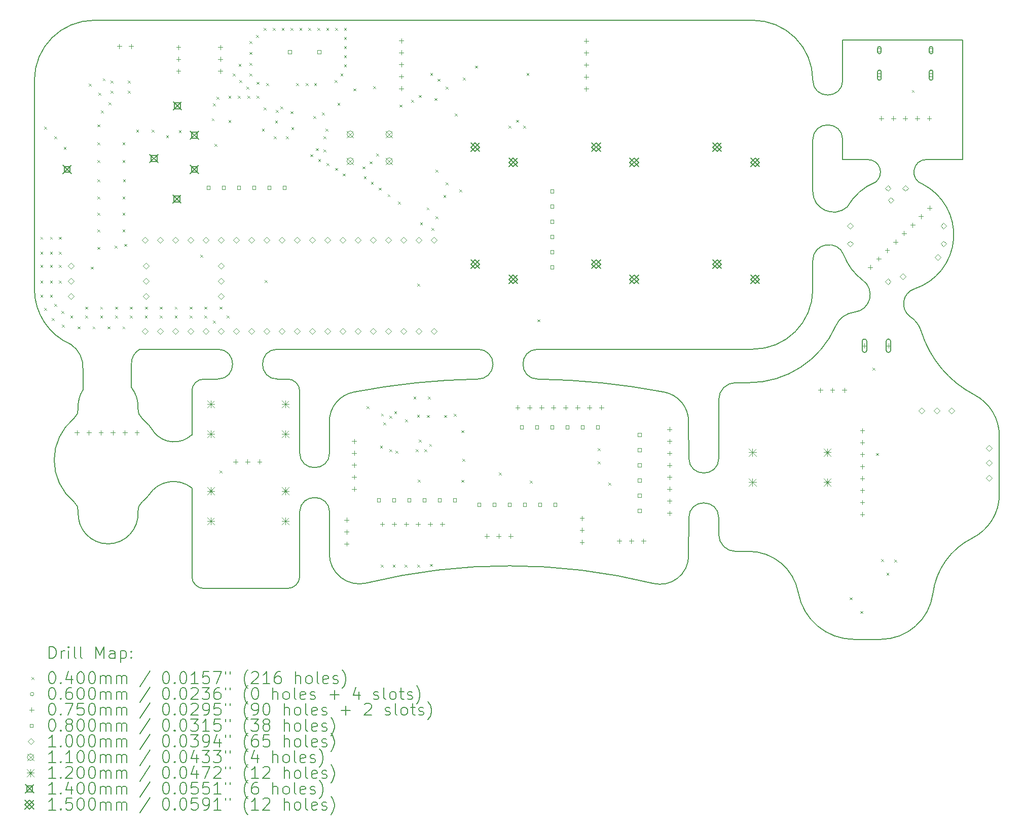
<source format=gbr>
%TF.GenerationSoftware,KiCad,Pcbnew,(6.0.9)*%
%TF.CreationDate,2022-11-09T21:55:08+01:00*%
%TF.ProjectId,libre-MIG-rounded,6c696272-652d-44d4-9947-2d726f756e64,v0.1*%
%TF.SameCoordinates,Original*%
%TF.FileFunction,Drillmap*%
%TF.FilePolarity,Positive*%
%FSLAX45Y45*%
G04 Gerber Fmt 4.5, Leading zero omitted, Abs format (unit mm)*
G04 Created by KiCad (PCBNEW (6.0.9)) date 2022-11-09 21:55:08*
%MOMM*%
%LPD*%
G01*
G04 APERTURE LIST*
%ADD10C,0.200000*%
%ADD11C,0.040000*%
%ADD12C,0.060000*%
%ADD13C,0.075000*%
%ADD14C,0.080000*%
%ADD15C,0.100000*%
%ADD16C,0.110000*%
%ADD17C,0.120000*%
%ADD18C,0.140000*%
%ADD19C,0.150000*%
G04 APERTURE END LIST*
D10*
X13501267Y-18349744D02*
G75*
G03*
X13428723Y-18518572I126943J-154546D01*
G01*
X26600000Y-12628103D02*
G75*
G03*
X26535000Y-13040000I0J-211077D01*
G01*
X15760000Y-15800000D02*
G75*
G03*
X15760000Y-16300000I0J-250000D01*
G01*
X15930000Y-19800000D02*
G75*
G03*
X16130000Y-19600000I0J200000D01*
G01*
X12509996Y-16120000D02*
G75*
G03*
X12310000Y-15720000I-455686J22160D01*
G01*
X16630000Y-17530000D02*
X16625857Y-17008453D01*
X22625849Y-17008453D02*
G75*
G03*
X22212059Y-16515940I-500009J-7D01*
G01*
X27815813Y-17247700D02*
G75*
G03*
X27399848Y-16562912I-771653J0D01*
G01*
X26400000Y-14790000D02*
G75*
G03*
X26535000Y-13040000I-295777J903024D01*
G01*
X25220003Y-14229999D02*
G75*
G03*
X24700000Y-14320000I-252213J-90001D01*
G01*
X19100008Y-16299799D02*
G75*
G03*
X17039704Y-16515895I213842J-11968561D01*
G01*
X25752637Y-13003517D02*
G75*
G03*
X25277500Y-13420000I350373J-878983D01*
G01*
X23410000Y-16360000D02*
G75*
G03*
X23130000Y-16640000I0J-280000D01*
G01*
X12431281Y-18518573D02*
G75*
G03*
X12358736Y-18349741I-199491J14283D01*
G01*
X27200000Y-10630000D02*
X27200000Y-12630000D01*
X24700000Y-11300000D02*
G75*
G03*
X23700000Y-10300000I-1000000J0D01*
G01*
X16130000Y-19600000D02*
X16130000Y-18520000D01*
X14330003Y-18119996D02*
G75*
G03*
X13610000Y-18240000I-306703J-379784D01*
G01*
X14329998Y-19600000D02*
X14330000Y-18120000D01*
X16130000Y-16500000D02*
G75*
G03*
X15930000Y-16300000I-200000J0D01*
G01*
X15760000Y-15800000D02*
X19110000Y-15800000D01*
X22630000Y-18620000D02*
X22625851Y-19252603D01*
X14329998Y-16500000D02*
X14330000Y-17230000D01*
X25832280Y-20651570D02*
X25390600Y-20651570D01*
X20110000Y-15800000D02*
X23700000Y-15800000D01*
X23630000Y-16360000D02*
G75*
G03*
X25084009Y-15409170I0J1587150D01*
G01*
X13320000Y-16050000D02*
X13320000Y-16440000D01*
X11700000Y-14800000D02*
G75*
G03*
X12310000Y-15720000I1004320J3680D01*
G01*
X26510699Y-15499909D02*
G75*
G03*
X27399846Y-16562910I1718851J534369D01*
G01*
X25200000Y-11300000D02*
X25200000Y-10629200D01*
X13428725Y-16790001D02*
G75*
G03*
X13501263Y-16958831I199485J-14289D01*
G01*
X22630000Y-17620000D02*
G75*
G03*
X23130000Y-17620000I250000J0D01*
G01*
X22630000Y-17620000D02*
X22625854Y-17008453D01*
X27200000Y-12630000D02*
X26600000Y-12628104D01*
X24458153Y-19872195D02*
G75*
G03*
X25390600Y-20651561I932447J168115D01*
G01*
X24699404Y-13160000D02*
G75*
G03*
X25277500Y-13420000I347516J0D01*
G01*
X23700000Y-15800000D02*
G75*
G03*
X24700000Y-14800000I0J1000000D01*
G01*
X23410000Y-16360000D02*
X23630000Y-16360000D01*
X13700000Y-17190000D02*
G75*
G03*
X13501263Y-16958831I-765880J-457420D01*
G01*
X25395000Y-15180003D02*
G75*
G03*
X25084015Y-15409168I43150J-384147D01*
G01*
X15760000Y-16300000D02*
X15930000Y-16300000D01*
X19100008Y-16299800D02*
G75*
G03*
X19110000Y-15800000I9992J249800D01*
G01*
X23130000Y-18620000D02*
G75*
G03*
X22630000Y-18620000I-250000J0D01*
G01*
X14529998Y-16300008D02*
G75*
G03*
X14329998Y-16500000I-8J-199992D01*
G01*
X25200000Y-12300000D02*
G75*
G03*
X24700000Y-12300000I-250000J0D01*
G01*
X24700000Y-14800000D02*
X24700000Y-14320000D01*
X25200000Y-12630000D02*
X25200000Y-12300000D01*
X25832280Y-20651564D02*
G75*
G03*
X26706737Y-19881715I0J881564D01*
G01*
X16625856Y-19223713D02*
G75*
G03*
X17244900Y-19709334I499994J-7D01*
G01*
X12431277Y-18518573D02*
G75*
G03*
X13428723Y-18518573I498723J-35714D01*
G01*
X25200000Y-10629200D02*
X27200000Y-10629200D01*
X16130000Y-16500000D02*
X16130000Y-17530000D01*
X26510697Y-15499909D02*
G75*
G03*
X26320000Y-15250000I-437187J-135891D01*
G01*
X12700000Y-10300000D02*
G75*
G03*
X11700000Y-11300000I0J-1000000D01*
G01*
X27363683Y-18958836D02*
G75*
G03*
X27815808Y-18229777I-361743J729056D01*
G01*
X17039649Y-16515944D02*
G75*
G03*
X16625857Y-17008453I86201J-492506D01*
G01*
X13699997Y-17190003D02*
G75*
G03*
X14330000Y-17230000I333303J268273D01*
G01*
X14529998Y-19800000D02*
X15930000Y-19800000D01*
X11700000Y-11300000D02*
X11700000Y-14800000D01*
X27815810Y-17247700D02*
X27815810Y-18229777D01*
X23130000Y-18900000D02*
X23130000Y-18620000D01*
X26400002Y-14790005D02*
G75*
G03*
X26320000Y-15250000I79408J-250765D01*
G01*
X13500705Y-18349742D02*
G75*
G03*
X13609440Y-18240000I-248645J355102D01*
G01*
X16630200Y-18530000D02*
G75*
G03*
X16130000Y-18520000I-250200J0D01*
G01*
X22033530Y-19715951D02*
G75*
G03*
X17244901Y-19709349I-2407700J-9705799D01*
G01*
X24700000Y-12300000D02*
X24699412Y-13160000D01*
X14760000Y-16300000D02*
G75*
G03*
X14760000Y-15800000I0J250000D01*
G01*
X25752424Y-13002984D02*
G75*
G03*
X25620000Y-12630000I-132425J162984D01*
G01*
X14760000Y-15800000D02*
X13460000Y-15800000D01*
X25395000Y-15180005D02*
G75*
G03*
X25532500Y-14645000I-31491J293265D01*
G01*
X22212059Y-16515940D02*
G75*
G03*
X20110000Y-16300000I-2294129J-11992909D01*
G01*
X25219998Y-14230001D02*
G75*
G03*
X25532500Y-14645000I873392J332521D01*
G01*
X12358738Y-16958833D02*
G75*
G03*
X12431277Y-16790001I-126948J154543D01*
G01*
X16630200Y-18530000D02*
X16625854Y-19223713D01*
X25620000Y-12630000D02*
X25200000Y-12630000D01*
X12510000Y-16120000D02*
X12510000Y-16480000D01*
X20110000Y-15800000D02*
G75*
G03*
X20110000Y-16300000I0J-250000D01*
G01*
X23700000Y-10300000D02*
X12700000Y-10300000D01*
X24700000Y-11300000D02*
G75*
G03*
X25200000Y-11300000I250000J0D01*
G01*
X23130000Y-17620000D02*
X23130000Y-16640000D01*
X23410000Y-19180000D02*
X23630000Y-19180000D01*
X22033535Y-19715938D02*
G75*
G03*
X22625851Y-19252603I114936J463338D01*
G01*
X27363685Y-18958833D02*
G75*
G03*
X26706734Y-19881712I533375J-1074947D01*
G01*
X12510001Y-16480001D02*
G75*
G03*
X12431277Y-16790001I439119J-276509D01*
G01*
X16130000Y-17530000D02*
G75*
G03*
X16630000Y-17530000I250000J0D01*
G01*
X23130000Y-18900000D02*
G75*
G03*
X23410000Y-19180000I280000J0D01*
G01*
X24458158Y-19872202D02*
G75*
G03*
X23630000Y-19180000I-828158J-149308D01*
G01*
X14760000Y-16300000D02*
X14529998Y-16300000D01*
X13460001Y-15800001D02*
G75*
G03*
X13320000Y-16050000I133639J-239039D01*
G01*
X14330000Y-19600000D02*
G75*
G03*
X14529998Y-19800000I200000J0D01*
G01*
X13428723Y-16790001D02*
G75*
G03*
X13320000Y-16440000I-507203J34331D01*
G01*
X12358736Y-16958833D02*
G75*
G03*
X12358730Y-18349737I571264J-695454D01*
G01*
D11*
X11800000Y-13920000D02*
X11840000Y-13960000D01*
X11840000Y-13920000D02*
X11800000Y-13960000D01*
X11800000Y-14170000D02*
X11840000Y-14210000D01*
X11840000Y-14170000D02*
X11800000Y-14210000D01*
X11800000Y-14390000D02*
X11840000Y-14430000D01*
X11840000Y-14390000D02*
X11800000Y-14430000D01*
X11800000Y-14650000D02*
X11840000Y-14690000D01*
X11840000Y-14650000D02*
X11800000Y-14690000D01*
X11800000Y-14890000D02*
X11840000Y-14930000D01*
X11840000Y-14890000D02*
X11800000Y-14930000D01*
X11860000Y-12080000D02*
X11900000Y-12120000D01*
X11900000Y-12080000D02*
X11860000Y-12120000D01*
X11860000Y-15110000D02*
X11900000Y-15150000D01*
X11900000Y-15110000D02*
X11860000Y-15150000D01*
X11960000Y-13920000D02*
X12000000Y-13960000D01*
X12000000Y-13920000D02*
X11960000Y-13960000D01*
X11960000Y-14170000D02*
X12000000Y-14210000D01*
X12000000Y-14170000D02*
X11960000Y-14210000D01*
X11960000Y-14390000D02*
X12000000Y-14430000D01*
X12000000Y-14390000D02*
X11960000Y-14430000D01*
X11960000Y-14650000D02*
X12000000Y-14690000D01*
X12000000Y-14650000D02*
X11960000Y-14690000D01*
X11960000Y-14890000D02*
X12000000Y-14930000D01*
X12000000Y-14890000D02*
X11960000Y-14930000D01*
X11990000Y-15280000D02*
X12030000Y-15320000D01*
X12030000Y-15280000D02*
X11990000Y-15320000D01*
X12030000Y-12240000D02*
X12070000Y-12280000D01*
X12070000Y-12240000D02*
X12030000Y-12280000D01*
X12030000Y-15040000D02*
X12070000Y-15080000D01*
X12070000Y-15040000D02*
X12030000Y-15080000D01*
X12110000Y-13920000D02*
X12150000Y-13960000D01*
X12150000Y-13920000D02*
X12110000Y-13960000D01*
X12110000Y-14170000D02*
X12150000Y-14210000D01*
X12150000Y-14170000D02*
X12110000Y-14210000D01*
X12110000Y-14390000D02*
X12150000Y-14430000D01*
X12150000Y-14390000D02*
X12110000Y-14430000D01*
X12110000Y-14650000D02*
X12150000Y-14690000D01*
X12150000Y-14650000D02*
X12110000Y-14690000D01*
X12150000Y-15160000D02*
X12190000Y-15200000D01*
X12190000Y-15160000D02*
X12150000Y-15200000D01*
X12160000Y-15390000D02*
X12200000Y-15430000D01*
X12200000Y-15390000D02*
X12160000Y-15430000D01*
X12190000Y-12420000D02*
X12230000Y-12460000D01*
X12230000Y-12420000D02*
X12190000Y-12460000D01*
X12300000Y-15240000D02*
X12340000Y-15280000D01*
X12340000Y-15240000D02*
X12300000Y-15280000D01*
X12423334Y-15420000D02*
X12463334Y-15460000D01*
X12463334Y-15420000D02*
X12423334Y-15460000D01*
X12548889Y-15240000D02*
X12588889Y-15280000D01*
X12588889Y-15240000D02*
X12548889Y-15280000D01*
X12550000Y-15090000D02*
X12590000Y-15130000D01*
X12590000Y-15090000D02*
X12550000Y-15130000D01*
X12610000Y-11360000D02*
X12650000Y-11400000D01*
X12650000Y-11360000D02*
X12610000Y-11400000D01*
X12640000Y-14420000D02*
X12680000Y-14460000D01*
X12680000Y-14420000D02*
X12640000Y-14460000D01*
X12672222Y-15420000D02*
X12712222Y-15460000D01*
X12712222Y-15420000D02*
X12672222Y-15460000D01*
X12750000Y-12040000D02*
X12790000Y-12080000D01*
X12790000Y-12040000D02*
X12750000Y-12080000D01*
X12750000Y-12340000D02*
X12790000Y-12380000D01*
X12790000Y-12340000D02*
X12750000Y-12380000D01*
X12750000Y-12640000D02*
X12790000Y-12680000D01*
X12790000Y-12640000D02*
X12750000Y-12680000D01*
X12750000Y-12960000D02*
X12790000Y-13000000D01*
X12790000Y-12960000D02*
X12750000Y-13000000D01*
X12750000Y-13250000D02*
X12790000Y-13290000D01*
X12790000Y-13250000D02*
X12750000Y-13290000D01*
X12750000Y-13520000D02*
X12790000Y-13560000D01*
X12790000Y-13520000D02*
X12750000Y-13560000D01*
X12750000Y-13800000D02*
X12790000Y-13840000D01*
X12790000Y-13800000D02*
X12750000Y-13840000D01*
X12750000Y-14090000D02*
X12790000Y-14130000D01*
X12790000Y-14090000D02*
X12750000Y-14130000D01*
X12770000Y-11510000D02*
X12810000Y-11550000D01*
X12810000Y-11510000D02*
X12770000Y-11550000D01*
X12797778Y-15240000D02*
X12837778Y-15280000D01*
X12837778Y-15240000D02*
X12797778Y-15280000D01*
X12798889Y-15090000D02*
X12838889Y-15130000D01*
X12838889Y-15090000D02*
X12798889Y-15130000D01*
X12810000Y-11810000D02*
X12850000Y-11850000D01*
X12850000Y-11810000D02*
X12810000Y-11850000D01*
X12840000Y-11270000D02*
X12880000Y-11310000D01*
X12880000Y-11270000D02*
X12840000Y-11310000D01*
X12921111Y-15420000D02*
X12961111Y-15460000D01*
X12961111Y-15420000D02*
X12921111Y-15460000D01*
X12940000Y-11670000D02*
X12980000Y-11710000D01*
X12980000Y-11670000D02*
X12940000Y-11710000D01*
X12970000Y-11310000D02*
X13010000Y-11350000D01*
X13010000Y-11310000D02*
X12970000Y-11350000D01*
X12970000Y-11480000D02*
X13010000Y-11520000D01*
X13010000Y-11480000D02*
X12970000Y-11520000D01*
X13040000Y-14070000D02*
X13080000Y-14110000D01*
X13080000Y-14070000D02*
X13040000Y-14110000D01*
X13046666Y-15240000D02*
X13086666Y-15280000D01*
X13086666Y-15240000D02*
X13046666Y-15280000D01*
X13047778Y-15090000D02*
X13087778Y-15130000D01*
X13087778Y-15090000D02*
X13047778Y-15130000D01*
X13170000Y-12340000D02*
X13210000Y-12380000D01*
X13210000Y-12340000D02*
X13170000Y-12380000D01*
X13170000Y-12640000D02*
X13210000Y-12680000D01*
X13210000Y-12640000D02*
X13170000Y-12680000D01*
X13170000Y-13250000D02*
X13210000Y-13290000D01*
X13210000Y-13250000D02*
X13170000Y-13290000D01*
X13170000Y-13520000D02*
X13210000Y-13560000D01*
X13210000Y-13520000D02*
X13170000Y-13560000D01*
X13170000Y-13800000D02*
X13210000Y-13840000D01*
X13210000Y-13800000D02*
X13170000Y-13840000D01*
X13170000Y-15420000D02*
X13210000Y-15460000D01*
X13210000Y-15420000D02*
X13170000Y-15460000D01*
X13180000Y-12960000D02*
X13220000Y-13000000D01*
X13220000Y-12960000D02*
X13180000Y-13000000D01*
X13200000Y-14040000D02*
X13240000Y-14080000D01*
X13240000Y-14040000D02*
X13200000Y-14080000D01*
X13260000Y-11310000D02*
X13300000Y-11350000D01*
X13300000Y-11310000D02*
X13260000Y-11350000D01*
X13260000Y-11480000D02*
X13300000Y-11520000D01*
X13300000Y-11480000D02*
X13260000Y-11520000D01*
X13295555Y-15240000D02*
X13335555Y-15280000D01*
X13335555Y-15240000D02*
X13295555Y-15280000D01*
X13296666Y-15090000D02*
X13336666Y-15130000D01*
X13336666Y-15090000D02*
X13296666Y-15130000D01*
X13400000Y-12130000D02*
X13440000Y-12170000D01*
X13440000Y-12130000D02*
X13400000Y-12170000D01*
X13544444Y-15240000D02*
X13584444Y-15280000D01*
X13584444Y-15240000D02*
X13544444Y-15280000D01*
X13545555Y-15090000D02*
X13585555Y-15130000D01*
X13585555Y-15090000D02*
X13545555Y-15130000D01*
X13660000Y-12130000D02*
X13700000Y-12170000D01*
X13700000Y-12130000D02*
X13660000Y-12170000D01*
X13793333Y-15240000D02*
X13833333Y-15280000D01*
X13833333Y-15240000D02*
X13793333Y-15280000D01*
X13794444Y-15090000D02*
X13834444Y-15130000D01*
X13834444Y-15090000D02*
X13794444Y-15130000D01*
X13900000Y-12220000D02*
X13940000Y-12260000D01*
X13940000Y-12220000D02*
X13900000Y-12260000D01*
X14042222Y-15240000D02*
X14082222Y-15280000D01*
X14082222Y-15240000D02*
X14042222Y-15280000D01*
X14043333Y-15090000D02*
X14083333Y-15130000D01*
X14083333Y-15090000D02*
X14043333Y-15130000D01*
X14110000Y-12140000D02*
X14150000Y-12180000D01*
X14150000Y-12140000D02*
X14110000Y-12180000D01*
X14291110Y-15240000D02*
X14331110Y-15280000D01*
X14331110Y-15240000D02*
X14291110Y-15280000D01*
X14292222Y-15090000D02*
X14332222Y-15130000D01*
X14332222Y-15090000D02*
X14292222Y-15130000D01*
X14470000Y-14220000D02*
X14510000Y-14260000D01*
X14510000Y-14220000D02*
X14470000Y-14260000D01*
X14540000Y-15240000D02*
X14580000Y-15280000D01*
X14580000Y-15240000D02*
X14540000Y-15280000D01*
X14541110Y-15090000D02*
X14581110Y-15130000D01*
X14581110Y-15090000D02*
X14541110Y-15130000D01*
X14660000Y-11940000D02*
X14700000Y-11980000D01*
X14700000Y-11940000D02*
X14660000Y-11980000D01*
X14680000Y-11690000D02*
X14720000Y-11730000D01*
X14720000Y-11690000D02*
X14680000Y-11730000D01*
X14680000Y-15320000D02*
X14720000Y-15360000D01*
X14720000Y-15320000D02*
X14680000Y-15360000D01*
X14710000Y-12370000D02*
X14750000Y-12410000D01*
X14750000Y-12370000D02*
X14710000Y-12410000D01*
X14740000Y-11580000D02*
X14780000Y-11620000D01*
X14780000Y-11580000D02*
X14740000Y-11620000D01*
X14790000Y-15090000D02*
X14830000Y-15130000D01*
X14830000Y-15090000D02*
X14790000Y-15130000D01*
X14790000Y-17828579D02*
X14830000Y-17868579D01*
X14830000Y-17828579D02*
X14790000Y-17868579D01*
X14910000Y-15240000D02*
X14950000Y-15280000D01*
X14950000Y-15240000D02*
X14910000Y-15280000D01*
X14940000Y-11560000D02*
X14980000Y-11600000D01*
X14980000Y-11560000D02*
X14940000Y-11600000D01*
X14940000Y-11970000D02*
X14980000Y-12010000D01*
X14980000Y-11970000D02*
X14940000Y-12010000D01*
X15010000Y-11190000D02*
X15050000Y-11230000D01*
X15050000Y-11190000D02*
X15010000Y-11230000D01*
X15100000Y-11560000D02*
X15140000Y-11600000D01*
X15140000Y-11560000D02*
X15100000Y-11600000D01*
X15110000Y-11030000D02*
X15150000Y-11070000D01*
X15150000Y-11030000D02*
X15110000Y-11070000D01*
X15120000Y-11300000D02*
X15160000Y-11340000D01*
X15160000Y-11300000D02*
X15120000Y-11340000D01*
X15240000Y-11410000D02*
X15280000Y-11450000D01*
X15280000Y-11410000D02*
X15240000Y-11450000D01*
X15260000Y-11560000D02*
X15300000Y-11600000D01*
X15300000Y-11560000D02*
X15260000Y-11600000D01*
X15291300Y-10650000D02*
X15331300Y-10690000D01*
X15331300Y-10650000D02*
X15291300Y-10690000D01*
X15291300Y-10830000D02*
X15331300Y-10870000D01*
X15331300Y-10830000D02*
X15291300Y-10870000D01*
X15291300Y-11010000D02*
X15331300Y-11050000D01*
X15331300Y-11010000D02*
X15291300Y-11050000D01*
X15291300Y-11190000D02*
X15331300Y-11230000D01*
X15331300Y-11190000D02*
X15291300Y-11230000D01*
X15405000Y-10544900D02*
X15445000Y-10584900D01*
X15445000Y-10544900D02*
X15405000Y-10584900D01*
X15410000Y-11560000D02*
X15450000Y-11600000D01*
X15450000Y-11560000D02*
X15410000Y-11600000D01*
X15411300Y-11330000D02*
X15451300Y-11370000D01*
X15451300Y-11330000D02*
X15411300Y-11370000D01*
X15500000Y-12110000D02*
X15540000Y-12150000D01*
X15540000Y-12110000D02*
X15500000Y-12150000D01*
X15530000Y-11760000D02*
X15570000Y-11800000D01*
X15570000Y-11760000D02*
X15530000Y-11800000D01*
X15531300Y-10430000D02*
X15571300Y-10470000D01*
X15571300Y-10430000D02*
X15531300Y-10470000D01*
X15545000Y-14645000D02*
X15585000Y-14685000D01*
X15585000Y-14645000D02*
X15545000Y-14685000D01*
X15571300Y-11350000D02*
X15611300Y-11390000D01*
X15611300Y-11350000D02*
X15571300Y-11390000D01*
X15680190Y-10430000D02*
X15720190Y-10470000D01*
X15720190Y-10430000D02*
X15680190Y-10470000D01*
X15700000Y-12240000D02*
X15740000Y-12280000D01*
X15740000Y-12240000D02*
X15700000Y-12280000D01*
X15720000Y-11980000D02*
X15760000Y-12020000D01*
X15760000Y-11980000D02*
X15720000Y-12020000D01*
X15730000Y-11800000D02*
X15770000Y-11840000D01*
X15770000Y-11800000D02*
X15730000Y-11840000D01*
X15810000Y-11740000D02*
X15850000Y-11780000D01*
X15850000Y-11740000D02*
X15810000Y-11780000D01*
X15829078Y-10430000D02*
X15869078Y-10470000D01*
X15869078Y-10430000D02*
X15829078Y-10470000D01*
X15900000Y-12240000D02*
X15940000Y-12280000D01*
X15940000Y-12240000D02*
X15900000Y-12280000D01*
X15977967Y-10430000D02*
X16017967Y-10470000D01*
X16017967Y-10430000D02*
X15977967Y-10470000D01*
X15980000Y-11820000D02*
X16020000Y-11860000D01*
X16020000Y-11820000D02*
X15980000Y-11860000D01*
X15990000Y-12090000D02*
X16030000Y-12130000D01*
X16030000Y-12090000D02*
X15990000Y-12130000D01*
X16071300Y-11350000D02*
X16111300Y-11390000D01*
X16111300Y-11350000D02*
X16071300Y-11390000D01*
X16126856Y-10430000D02*
X16166856Y-10470000D01*
X16166856Y-10430000D02*
X16126856Y-10470000D01*
X16231300Y-11350000D02*
X16271300Y-11390000D01*
X16271300Y-11350000D02*
X16231300Y-11390000D01*
X16275745Y-10430000D02*
X16315745Y-10470000D01*
X16315745Y-10430000D02*
X16275745Y-10470000D01*
X16310000Y-12540000D02*
X16350000Y-12580000D01*
X16350000Y-12540000D02*
X16310000Y-12580000D01*
X16360000Y-11899150D02*
X16400000Y-11939150D01*
X16400000Y-11899150D02*
X16360000Y-11939150D01*
X16371300Y-11350000D02*
X16411300Y-11390000D01*
X16411300Y-11350000D02*
X16371300Y-11390000D01*
X16400000Y-12440000D02*
X16440000Y-12480000D01*
X16440000Y-12440000D02*
X16400000Y-12480000D01*
X16424634Y-10430000D02*
X16464634Y-10470000D01*
X16464634Y-10430000D02*
X16424634Y-10470000D01*
X16440000Y-12620000D02*
X16480000Y-12660000D01*
X16480000Y-12620000D02*
X16440000Y-12660000D01*
X16500000Y-11840000D02*
X16540000Y-11880000D01*
X16540000Y-11840000D02*
X16500000Y-11880000D01*
X16530000Y-12240000D02*
X16570000Y-12280000D01*
X16570000Y-12240000D02*
X16530000Y-12280000D01*
X16530000Y-12460000D02*
X16570000Y-12500000D01*
X16570000Y-12460000D02*
X16530000Y-12500000D01*
X16560000Y-12110000D02*
X16600000Y-12150000D01*
X16600000Y-12110000D02*
X16560000Y-12150000D01*
X16573522Y-10430000D02*
X16613522Y-10470000D01*
X16613522Y-10430000D02*
X16573522Y-10470000D01*
X16580000Y-12690000D02*
X16620000Y-12730000D01*
X16620000Y-12690000D02*
X16580000Y-12730000D01*
X16712100Y-11297900D02*
X16752100Y-11337900D01*
X16752100Y-11297900D02*
X16712100Y-11337900D01*
X16720000Y-12770000D02*
X16760000Y-12810000D01*
X16760000Y-12770000D02*
X16720000Y-12810000D01*
X16722411Y-10430000D02*
X16762411Y-10470000D01*
X16762411Y-10430000D02*
X16722411Y-10470000D01*
X16760000Y-11680000D02*
X16800000Y-11720000D01*
X16800000Y-11680000D02*
X16760000Y-11720000D01*
X16811300Y-11190000D02*
X16851300Y-11230000D01*
X16851300Y-11190000D02*
X16811300Y-11230000D01*
X16850000Y-12862550D02*
X16890000Y-12902550D01*
X16890000Y-12862550D02*
X16850000Y-12902550D01*
X16871300Y-10430000D02*
X16911300Y-10470000D01*
X16911300Y-10430000D02*
X16871300Y-10470000D01*
X16871300Y-10582000D02*
X16911300Y-10622000D01*
X16911300Y-10582000D02*
X16871300Y-10622000D01*
X16871300Y-10734000D02*
X16911300Y-10774000D01*
X16911300Y-10734000D02*
X16871300Y-10774000D01*
X16871300Y-10886000D02*
X16911300Y-10926000D01*
X16911300Y-10886000D02*
X16871300Y-10926000D01*
X16871300Y-11038000D02*
X16911300Y-11078000D01*
X16911300Y-11038000D02*
X16871300Y-11078000D01*
X17030000Y-11440000D02*
X17070000Y-11480000D01*
X17070000Y-11440000D02*
X17030000Y-11480000D01*
X17182694Y-12742694D02*
X17222694Y-12782694D01*
X17222694Y-12742694D02*
X17182694Y-12782694D01*
X17200000Y-12910000D02*
X17240000Y-12950000D01*
X17240000Y-12910000D02*
X17200000Y-12950000D01*
X17250000Y-16754900D02*
X17290000Y-16794900D01*
X17290000Y-16754900D02*
X17250000Y-16794900D01*
X17300000Y-12660000D02*
X17340000Y-12700000D01*
X17340000Y-12660000D02*
X17300000Y-12700000D01*
X17320000Y-13000000D02*
X17360000Y-13040000D01*
X17360000Y-13000000D02*
X17320000Y-13040000D01*
X17356600Y-11402200D02*
X17396600Y-11442200D01*
X17396600Y-11402200D02*
X17356600Y-11442200D01*
X17410000Y-12530000D02*
X17450000Y-12570000D01*
X17450000Y-12530000D02*
X17410000Y-12570000D01*
X17450000Y-13100000D02*
X17490000Y-13140000D01*
X17490000Y-13100000D02*
X17450000Y-13140000D01*
X17472565Y-17414000D02*
X17512565Y-17454000D01*
X17512565Y-17414000D02*
X17472565Y-17454000D01*
X17484300Y-19400000D02*
X17524300Y-19440000D01*
X17524300Y-19400000D02*
X17484300Y-19440000D01*
X17490000Y-16874900D02*
X17530000Y-16914900D01*
X17530000Y-16874900D02*
X17490000Y-16914900D01*
X17524900Y-17021200D02*
X17564900Y-17061200D01*
X17564900Y-17021200D02*
X17524900Y-17061200D01*
X17600000Y-13210000D02*
X17640000Y-13250000D01*
X17640000Y-13210000D02*
X17600000Y-13250000D01*
X17630000Y-16914900D02*
X17670000Y-16954900D01*
X17670000Y-16914900D02*
X17630000Y-16954900D01*
X17630000Y-17474900D02*
X17670000Y-17514900D01*
X17670000Y-17474900D02*
X17630000Y-17514900D01*
X17684300Y-19400000D02*
X17724300Y-19440000D01*
X17724300Y-19400000D02*
X17684300Y-19440000D01*
X17710000Y-16834900D02*
X17750000Y-16874900D01*
X17750000Y-16834900D02*
X17710000Y-16874900D01*
X17730000Y-17494900D02*
X17770000Y-17534900D01*
X17770000Y-17494900D02*
X17730000Y-17534900D01*
X17770000Y-13330000D02*
X17810000Y-13370000D01*
X17810000Y-13330000D02*
X17770000Y-13370000D01*
X17800000Y-11710000D02*
X17840000Y-11750000D01*
X17840000Y-11710000D02*
X17800000Y-11750000D01*
X17884300Y-19400000D02*
X17924300Y-19440000D01*
X17924300Y-19400000D02*
X17884300Y-19440000D01*
X17890000Y-16974900D02*
X17930000Y-17014900D01*
X17930000Y-16974900D02*
X17890000Y-17014900D01*
X17990000Y-11630000D02*
X18030000Y-11670000D01*
X18030000Y-11630000D02*
X17990000Y-11670000D01*
X18030000Y-16594900D02*
X18070000Y-16634900D01*
X18070000Y-16594900D02*
X18030000Y-16634900D01*
X18070000Y-17474900D02*
X18110000Y-17514900D01*
X18110000Y-17474900D02*
X18070000Y-17514900D01*
X18090000Y-16894900D02*
X18130000Y-16934900D01*
X18130000Y-16894900D02*
X18090000Y-16934900D01*
X18094300Y-19400000D02*
X18134300Y-19440000D01*
X18134300Y-19400000D02*
X18094300Y-19440000D01*
X18095000Y-14705000D02*
X18135000Y-14745000D01*
X18135000Y-14705000D02*
X18095000Y-14745000D01*
X18104300Y-17980000D02*
X18144300Y-18020000D01*
X18144300Y-17980000D02*
X18104300Y-18020000D01*
X18120000Y-11550000D02*
X18160000Y-11590000D01*
X18160000Y-11550000D02*
X18120000Y-11590000D01*
X18120000Y-17310000D02*
X18160000Y-17350000D01*
X18160000Y-17310000D02*
X18120000Y-17350000D01*
X18140000Y-13680000D02*
X18180000Y-13720000D01*
X18180000Y-13680000D02*
X18140000Y-13720000D01*
X18210000Y-17474900D02*
X18250000Y-17514900D01*
X18250000Y-17474900D02*
X18210000Y-17514900D01*
X18250000Y-13430000D02*
X18290000Y-13470000D01*
X18290000Y-13430000D02*
X18250000Y-13470000D01*
X18254900Y-16901200D02*
X18294900Y-16941200D01*
X18294900Y-16901200D02*
X18254900Y-16941200D01*
X18270000Y-16594900D02*
X18310000Y-16634900D01*
X18310000Y-16594900D02*
X18270000Y-16634900D01*
X18293183Y-17382450D02*
X18333183Y-17422450D01*
X18333183Y-17382450D02*
X18293183Y-17422450D01*
X18304300Y-19390000D02*
X18344300Y-19430000D01*
X18344300Y-19390000D02*
X18304300Y-19430000D01*
X18310000Y-11180000D02*
X18350000Y-11220000D01*
X18350000Y-11180000D02*
X18310000Y-11220000D01*
X18330000Y-13770000D02*
X18370000Y-13810000D01*
X18370000Y-13770000D02*
X18330000Y-13810000D01*
X18380000Y-11600000D02*
X18420000Y-11640000D01*
X18420000Y-11600000D02*
X18380000Y-11640000D01*
X18400000Y-12800000D02*
X18440000Y-12840000D01*
X18440000Y-12800000D02*
X18400000Y-12840000D01*
X18400000Y-13580000D02*
X18440000Y-13620000D01*
X18440000Y-13580000D02*
X18400000Y-13620000D01*
X18430000Y-11280000D02*
X18470000Y-11320000D01*
X18470000Y-11280000D02*
X18430000Y-11320000D01*
X18530000Y-13220000D02*
X18570000Y-13260000D01*
X18570000Y-13220000D02*
X18530000Y-13260000D01*
X18540150Y-16901200D02*
X18580150Y-16941200D01*
X18580150Y-16901200D02*
X18540150Y-16941200D01*
X18569950Y-13010000D02*
X18609950Y-13050000D01*
X18609950Y-13010000D02*
X18569950Y-13050000D01*
X18570000Y-11410000D02*
X18610000Y-11450000D01*
X18610000Y-11410000D02*
X18570000Y-11450000D01*
X18704900Y-16881200D02*
X18744900Y-16921200D01*
X18744900Y-16881200D02*
X18704900Y-16921200D01*
X18720000Y-11860000D02*
X18760000Y-11900000D01*
X18760000Y-11860000D02*
X18720000Y-11900000D01*
X18800000Y-13130000D02*
X18840000Y-13170000D01*
X18840000Y-13130000D02*
X18800000Y-13170000D01*
X18830000Y-17154900D02*
X18870000Y-17194900D01*
X18870000Y-17154900D02*
X18830000Y-17194900D01*
X18830000Y-17985700D02*
X18870000Y-18025700D01*
X18870000Y-17985700D02*
X18830000Y-18025700D01*
X18850000Y-17634900D02*
X18890000Y-17674900D01*
X18890000Y-17634900D02*
X18850000Y-17674900D01*
X18855700Y-11254900D02*
X18895700Y-11294900D01*
X18895700Y-11254900D02*
X18855700Y-11294900D01*
X19060000Y-11060000D02*
X19100000Y-11100000D01*
X19100000Y-11060000D02*
X19060000Y-11100000D01*
X19454900Y-17861200D02*
X19494900Y-17901200D01*
X19494900Y-17861200D02*
X19454900Y-17901200D01*
X19615700Y-12064900D02*
X19655700Y-12104900D01*
X19655700Y-12064900D02*
X19615700Y-12104900D01*
X19745700Y-11964900D02*
X19785700Y-12004900D01*
X19785700Y-11964900D02*
X19745700Y-12004900D01*
X19865700Y-12064900D02*
X19905700Y-12104900D01*
X19905700Y-12064900D02*
X19865700Y-12104900D01*
X19920000Y-11180000D02*
X19960000Y-11220000D01*
X19960000Y-11180000D02*
X19920000Y-11220000D01*
X19974300Y-18000000D02*
X20014300Y-18040000D01*
X20014300Y-18000000D02*
X19974300Y-18040000D01*
X20100000Y-15300000D02*
X20140000Y-15340000D01*
X20140000Y-15300000D02*
X20100000Y-15340000D01*
X21110000Y-17454900D02*
X21150000Y-17494900D01*
X21150000Y-17454900D02*
X21110000Y-17494900D01*
X21110000Y-17673750D02*
X21150000Y-17713750D01*
X21150000Y-17673750D02*
X21110000Y-17713750D01*
X21287550Y-18032450D02*
X21327550Y-18072450D01*
X21327550Y-18032450D02*
X21287550Y-18072450D01*
X25314926Y-19950000D02*
X25354926Y-19990000D01*
X25354926Y-19950000D02*
X25314926Y-19990000D01*
X25497124Y-20177924D02*
X25537124Y-20217924D01*
X25537124Y-20177924D02*
X25497124Y-20217924D01*
X25700000Y-16110000D02*
X25740000Y-16150000D01*
X25740000Y-16110000D02*
X25700000Y-16150000D01*
X25754300Y-17535100D02*
X25794300Y-17575100D01*
X25794300Y-17535100D02*
X25754300Y-17575100D01*
X25840000Y-19310800D02*
X25880000Y-19350800D01*
X25880000Y-19310800D02*
X25840000Y-19350800D01*
X25930000Y-19539987D02*
X25970000Y-19579987D01*
X25970000Y-19539987D02*
X25930000Y-19579987D01*
X26064300Y-19315100D02*
X26104300Y-19355100D01*
X26104300Y-19315100D02*
X26064300Y-19355100D01*
X26354300Y-11465000D02*
X26394300Y-11505000D01*
X26394300Y-11465000D02*
X26354300Y-11505000D01*
D12*
X25842300Y-10800000D02*
G75*
G03*
X25842300Y-10800000I-30000J0D01*
G01*
D10*
X25842300Y-10830000D02*
X25842300Y-10770000D01*
X25782300Y-10830000D02*
X25782300Y-10770000D01*
X25842300Y-10770000D02*
G75*
G03*
X25782300Y-10770000I-30000J0D01*
G01*
X25782300Y-10830000D02*
G75*
G03*
X25842300Y-10830000I30000J0D01*
G01*
D12*
X25842300Y-11218000D02*
G75*
G03*
X25842300Y-11218000I-30000J0D01*
G01*
D10*
X25842300Y-11273000D02*
X25842300Y-11163000D01*
X25782300Y-11273000D02*
X25782300Y-11163000D01*
X25842300Y-11163000D02*
G75*
G03*
X25782300Y-11163000I-30000J0D01*
G01*
X25782300Y-11273000D02*
G75*
G03*
X25842300Y-11273000I30000J0D01*
G01*
D12*
X26706300Y-10800000D02*
G75*
G03*
X26706300Y-10800000I-30000J0D01*
G01*
D10*
X26706300Y-10830000D02*
X26706300Y-10770000D01*
X26646300Y-10830000D02*
X26646300Y-10770000D01*
X26706300Y-10770000D02*
G75*
G03*
X26646300Y-10770000I-30000J0D01*
G01*
X26646300Y-10830000D02*
G75*
G03*
X26706300Y-10830000I30000J0D01*
G01*
D12*
X26706300Y-11218000D02*
G75*
G03*
X26706300Y-11218000I-30000J0D01*
G01*
D10*
X26706300Y-11273000D02*
X26706300Y-11163000D01*
X26646300Y-11273000D02*
X26646300Y-11163000D01*
X26706300Y-11163000D02*
G75*
G03*
X26646300Y-11163000I-30000J0D01*
G01*
X26646300Y-11273000D02*
G75*
G03*
X26706300Y-11273000I30000J0D01*
G01*
D13*
X12410570Y-17157337D02*
X12410570Y-17232337D01*
X12373070Y-17194837D02*
X12448070Y-17194837D01*
X12610570Y-17157337D02*
X12610570Y-17232337D01*
X12573070Y-17194837D02*
X12648070Y-17194837D01*
X12810570Y-17157337D02*
X12810570Y-17232337D01*
X12773070Y-17194837D02*
X12848070Y-17194837D01*
X13010570Y-17157337D02*
X13010570Y-17232337D01*
X12973070Y-17194837D02*
X13048070Y-17194837D01*
X13115700Y-10697400D02*
X13115700Y-10772400D01*
X13078200Y-10734900D02*
X13153200Y-10734900D01*
X13210570Y-17157337D02*
X13210570Y-17232337D01*
X13173070Y-17194837D02*
X13248070Y-17194837D01*
X13315700Y-10697400D02*
X13315700Y-10772400D01*
X13278200Y-10734900D02*
X13353200Y-10734900D01*
X13410570Y-17157337D02*
X13410570Y-17232337D01*
X13373070Y-17194837D02*
X13448070Y-17194837D01*
X14105000Y-10712500D02*
X14105000Y-10787500D01*
X14067500Y-10750000D02*
X14142500Y-10750000D01*
X14105000Y-10912500D02*
X14105000Y-10987500D01*
X14067500Y-10950000D02*
X14142500Y-10950000D01*
X14105000Y-11112500D02*
X14105000Y-11187500D01*
X14067500Y-11150000D02*
X14142500Y-11150000D01*
X14805000Y-10712500D02*
X14805000Y-10787500D01*
X14767500Y-10750000D02*
X14842500Y-10750000D01*
X14805000Y-10912500D02*
X14805000Y-10987500D01*
X14767500Y-10950000D02*
X14842500Y-10950000D01*
X14805000Y-11112500D02*
X14805000Y-11187500D01*
X14767500Y-11150000D02*
X14842500Y-11150000D01*
X15060000Y-17642500D02*
X15060000Y-17717500D01*
X15022500Y-17680000D02*
X15097500Y-17680000D01*
X15260000Y-17642500D02*
X15260000Y-17717500D01*
X15222500Y-17680000D02*
X15297500Y-17680000D01*
X15460000Y-17642500D02*
X15460000Y-17717500D01*
X15422500Y-17680000D02*
X15497500Y-17680000D01*
X16912800Y-18617400D02*
X16912800Y-18692400D01*
X16875300Y-18654900D02*
X16950300Y-18654900D01*
X16912800Y-18817400D02*
X16912800Y-18892400D01*
X16875300Y-18854900D02*
X16950300Y-18854900D01*
X16912800Y-19017400D02*
X16912800Y-19092400D01*
X16875300Y-19054900D02*
X16950300Y-19054900D01*
X17039900Y-17299800D02*
X17039900Y-17374800D01*
X17002400Y-17337300D02*
X17077400Y-17337300D01*
X17039900Y-17499800D02*
X17039900Y-17574800D01*
X17002400Y-17537300D02*
X17077400Y-17537300D01*
X17039900Y-17699800D02*
X17039900Y-17774800D01*
X17002400Y-17737300D02*
X17077400Y-17737300D01*
X17039900Y-17899800D02*
X17039900Y-17974800D01*
X17002400Y-17937300D02*
X17077400Y-17937300D01*
X17039900Y-18099800D02*
X17039900Y-18174800D01*
X17002400Y-18137300D02*
X17077400Y-18137300D01*
X17509200Y-18686200D02*
X17509200Y-18761200D01*
X17471700Y-18723700D02*
X17546700Y-18723700D01*
X17709200Y-18686200D02*
X17709200Y-18761200D01*
X17671700Y-18723700D02*
X17746700Y-18723700D01*
X17830000Y-10602500D02*
X17830000Y-10677500D01*
X17792500Y-10640000D02*
X17867500Y-10640000D01*
X17830000Y-10802500D02*
X17830000Y-10877500D01*
X17792500Y-10840000D02*
X17867500Y-10840000D01*
X17830000Y-11002500D02*
X17830000Y-11077500D01*
X17792500Y-11040000D02*
X17867500Y-11040000D01*
X17830000Y-11202500D02*
X17830000Y-11277500D01*
X17792500Y-11240000D02*
X17867500Y-11240000D01*
X17830000Y-11402500D02*
X17830000Y-11477500D01*
X17792500Y-11440000D02*
X17867500Y-11440000D01*
X17909200Y-18686200D02*
X17909200Y-18761200D01*
X17871700Y-18723700D02*
X17946700Y-18723700D01*
X18109200Y-18686200D02*
X18109200Y-18761200D01*
X18071700Y-18723700D02*
X18146700Y-18723700D01*
X18309200Y-18686200D02*
X18309200Y-18761200D01*
X18271700Y-18723700D02*
X18346700Y-18723700D01*
X18509200Y-18686200D02*
X18509200Y-18761200D01*
X18471700Y-18723700D02*
X18546700Y-18723700D01*
X19254300Y-18887500D02*
X19254300Y-18962500D01*
X19216800Y-18925000D02*
X19291800Y-18925000D01*
X19454300Y-18887500D02*
X19454300Y-18962500D01*
X19416800Y-18925000D02*
X19491800Y-18925000D01*
X19654300Y-18887500D02*
X19654300Y-18962500D01*
X19616800Y-18925000D02*
X19691800Y-18925000D01*
X19770000Y-16737400D02*
X19770000Y-16812400D01*
X19732500Y-16774900D02*
X19807500Y-16774900D01*
X19970000Y-16737400D02*
X19970000Y-16812400D01*
X19932500Y-16774900D02*
X20007500Y-16774900D01*
X20170000Y-16737400D02*
X20170000Y-16812400D01*
X20132500Y-16774900D02*
X20207500Y-16774900D01*
X20370000Y-16737400D02*
X20370000Y-16812400D01*
X20332500Y-16774900D02*
X20407500Y-16774900D01*
X20570000Y-16737400D02*
X20570000Y-16812400D01*
X20532500Y-16774900D02*
X20607500Y-16774900D01*
X20770000Y-16737400D02*
X20770000Y-16812400D01*
X20732500Y-16774900D02*
X20807500Y-16774900D01*
X20845000Y-18587400D02*
X20845000Y-18662400D01*
X20807500Y-18624900D02*
X20882500Y-18624900D01*
X20845000Y-18787400D02*
X20845000Y-18862400D01*
X20807500Y-18824900D02*
X20882500Y-18824900D01*
X20845000Y-18987400D02*
X20845000Y-19062400D01*
X20807500Y-19024900D02*
X20882500Y-19024900D01*
X20915700Y-10607400D02*
X20915700Y-10682400D01*
X20878200Y-10644900D02*
X20953200Y-10644900D01*
X20915700Y-10807400D02*
X20915700Y-10882400D01*
X20878200Y-10844900D02*
X20953200Y-10844900D01*
X20915700Y-11007400D02*
X20915700Y-11082400D01*
X20878200Y-11044900D02*
X20953200Y-11044900D01*
X20915700Y-11207400D02*
X20915700Y-11282400D01*
X20878200Y-11244900D02*
X20953200Y-11244900D01*
X20915700Y-11407400D02*
X20915700Y-11482400D01*
X20878200Y-11444900D02*
X20953200Y-11444900D01*
X20970000Y-16737400D02*
X20970000Y-16812400D01*
X20932500Y-16774900D02*
X21007500Y-16774900D01*
X21170000Y-16737400D02*
X21170000Y-16812400D01*
X21132500Y-16774900D02*
X21207500Y-16774900D01*
X21470000Y-18967400D02*
X21470000Y-19042400D01*
X21432500Y-19004900D02*
X21507500Y-19004900D01*
X21670000Y-18967400D02*
X21670000Y-19042400D01*
X21632500Y-19004900D02*
X21707500Y-19004900D01*
X21870000Y-18967400D02*
X21870000Y-19042400D01*
X21832500Y-19004900D02*
X21907500Y-19004900D01*
X22306000Y-17101400D02*
X22306000Y-17176400D01*
X22268500Y-17138900D02*
X22343500Y-17138900D01*
X22306000Y-17301400D02*
X22306000Y-17376400D01*
X22268500Y-17338900D02*
X22343500Y-17338900D01*
X22306000Y-17501400D02*
X22306000Y-17576400D01*
X22268500Y-17538900D02*
X22343500Y-17538900D01*
X22306000Y-17701400D02*
X22306000Y-17776400D01*
X22268500Y-17738900D02*
X22343500Y-17738900D01*
X22306000Y-17901400D02*
X22306000Y-17976400D01*
X22268500Y-17938900D02*
X22343500Y-17938900D01*
X22306000Y-18101400D02*
X22306000Y-18176400D01*
X22268500Y-18138900D02*
X22343500Y-18138900D01*
X22306000Y-18301400D02*
X22306000Y-18376400D01*
X22268500Y-18338900D02*
X22343500Y-18338900D01*
X22306000Y-18501400D02*
X22306000Y-18576400D01*
X22268500Y-18538900D02*
X22343500Y-18538900D01*
X24827500Y-16446787D02*
X24827500Y-16521787D01*
X24790000Y-16484287D02*
X24865000Y-16484287D01*
X25027500Y-16446787D02*
X25027500Y-16521787D01*
X24990000Y-16484287D02*
X25065000Y-16484287D01*
X25227500Y-16446787D02*
X25227500Y-16521787D01*
X25190000Y-16484287D02*
X25265000Y-16484287D01*
X25526500Y-17122587D02*
X25526500Y-17197587D01*
X25489000Y-17160087D02*
X25564000Y-17160087D01*
X25526500Y-17322587D02*
X25526500Y-17397587D01*
X25489000Y-17360087D02*
X25564000Y-17360087D01*
X25526500Y-17522587D02*
X25526500Y-17597587D01*
X25489000Y-17560087D02*
X25564000Y-17560087D01*
X25526500Y-17722587D02*
X25526500Y-17797587D01*
X25489000Y-17760087D02*
X25564000Y-17760087D01*
X25526500Y-17922587D02*
X25526500Y-17997587D01*
X25489000Y-17960087D02*
X25564000Y-17960087D01*
X25526500Y-18122587D02*
X25526500Y-18197587D01*
X25489000Y-18160087D02*
X25564000Y-18160087D01*
X25526500Y-18322587D02*
X25526500Y-18397587D01*
X25489000Y-18360087D02*
X25564000Y-18360087D01*
X25526500Y-18522587D02*
X25526500Y-18597587D01*
X25489000Y-18560087D02*
X25564000Y-18560087D01*
X25563400Y-15704087D02*
X25563400Y-15779087D01*
X25525900Y-15741587D02*
X25600900Y-15741587D01*
D10*
X25600900Y-15816587D02*
X25600900Y-15666587D01*
X25525900Y-15816587D02*
X25525900Y-15666587D01*
X25600900Y-15666587D02*
G75*
G03*
X25525900Y-15666587I-37500J0D01*
G01*
X25525900Y-15816587D02*
G75*
G03*
X25600900Y-15816587I37500J0D01*
G01*
D13*
X25658937Y-14391386D02*
X25658937Y-14466386D01*
X25621437Y-14428886D02*
X25696437Y-14428886D01*
X25800358Y-14249965D02*
X25800358Y-14324965D01*
X25762858Y-14287465D02*
X25837858Y-14287465D01*
X25844300Y-11902500D02*
X25844300Y-11977500D01*
X25806800Y-11940000D02*
X25881800Y-11940000D01*
X25941779Y-14108543D02*
X25941779Y-14183543D01*
X25904279Y-14146043D02*
X25979279Y-14146043D01*
X25963400Y-15704087D02*
X25963400Y-15779087D01*
X25925900Y-15741587D02*
X26000900Y-15741587D01*
D10*
X26000900Y-15816587D02*
X26000900Y-15666587D01*
X25925900Y-15816587D02*
X25925900Y-15666587D01*
X26000900Y-15666587D02*
G75*
G03*
X25925900Y-15666587I-37500J0D01*
G01*
X25925900Y-15816587D02*
G75*
G03*
X26000900Y-15816587I37500J0D01*
G01*
D13*
X26044300Y-11902500D02*
X26044300Y-11977500D01*
X26006800Y-11940000D02*
X26081800Y-11940000D01*
X26083201Y-13967122D02*
X26083201Y-14042122D01*
X26045701Y-14004622D02*
X26120701Y-14004622D01*
X26224622Y-13825701D02*
X26224622Y-13900701D01*
X26187122Y-13863201D02*
X26262122Y-13863201D01*
X26244300Y-11902500D02*
X26244300Y-11977500D01*
X26206800Y-11940000D02*
X26281800Y-11940000D01*
X26366043Y-13684279D02*
X26366043Y-13759279D01*
X26328543Y-13721779D02*
X26403543Y-13721779D01*
X26444300Y-11902500D02*
X26444300Y-11977500D01*
X26406800Y-11940000D02*
X26481800Y-11940000D01*
X26507465Y-13542858D02*
X26507465Y-13617858D01*
X26469965Y-13580358D02*
X26544965Y-13580358D01*
X26644300Y-11902500D02*
X26644300Y-11977500D01*
X26606800Y-11940000D02*
X26681800Y-11940000D01*
X26648886Y-13401437D02*
X26648886Y-13476437D01*
X26611386Y-13438937D02*
X26686386Y-13438937D01*
D14*
X14633284Y-13128284D02*
X14633284Y-13071715D01*
X14576715Y-13071715D01*
X14576715Y-13128284D01*
X14633284Y-13128284D01*
X14887284Y-13128284D02*
X14887284Y-13071715D01*
X14830715Y-13071715D01*
X14830715Y-13128284D01*
X14887284Y-13128284D01*
X15141284Y-13128284D02*
X15141284Y-13071715D01*
X15084715Y-13071715D01*
X15084715Y-13128284D01*
X15141284Y-13128284D01*
X15395284Y-13128284D02*
X15395284Y-13071715D01*
X15338715Y-13071715D01*
X15338715Y-13128284D01*
X15395284Y-13128284D01*
X15649284Y-13128284D02*
X15649284Y-13071715D01*
X15592715Y-13071715D01*
X15592715Y-13128284D01*
X15649284Y-13128284D01*
X15903284Y-13128284D02*
X15903284Y-13071715D01*
X15846715Y-13071715D01*
X15846715Y-13128284D01*
X15903284Y-13128284D01*
X15994584Y-10858285D02*
X15994584Y-10801716D01*
X15938015Y-10801716D01*
X15938015Y-10858285D01*
X15994584Y-10858285D01*
X16482584Y-10858285D02*
X16482584Y-10801716D01*
X16426015Y-10801716D01*
X16426015Y-10858285D01*
X16482584Y-10858285D01*
X17478685Y-18349785D02*
X17478685Y-18293216D01*
X17422116Y-18293216D01*
X17422116Y-18349785D01*
X17478685Y-18349785D01*
X17732685Y-18349785D02*
X17732685Y-18293216D01*
X17676116Y-18293216D01*
X17676116Y-18349785D01*
X17732685Y-18349785D01*
X17986685Y-18349785D02*
X17986685Y-18293216D01*
X17930116Y-18293216D01*
X17930116Y-18349785D01*
X17986685Y-18349785D01*
X18240685Y-18349785D02*
X18240685Y-18293216D01*
X18184116Y-18293216D01*
X18184116Y-18349785D01*
X18240685Y-18349785D01*
X18494685Y-18349785D02*
X18494685Y-18293216D01*
X18438116Y-18293216D01*
X18438116Y-18349785D01*
X18494685Y-18349785D01*
X18748685Y-18349785D02*
X18748685Y-18293216D01*
X18692116Y-18293216D01*
X18692116Y-18349785D01*
X18748685Y-18349785D01*
X19155085Y-18425985D02*
X19155085Y-18369416D01*
X19098516Y-18369416D01*
X19098516Y-18425985D01*
X19155085Y-18425985D01*
X19409085Y-18425985D02*
X19409085Y-18369416D01*
X19352516Y-18369416D01*
X19352516Y-18425985D01*
X19409085Y-18425985D01*
X19663085Y-18425985D02*
X19663085Y-18369416D01*
X19606516Y-18369416D01*
X19606516Y-18425985D01*
X19663085Y-18425985D01*
X19866285Y-17130585D02*
X19866285Y-17074016D01*
X19809716Y-17074016D01*
X19809716Y-17130585D01*
X19866285Y-17130585D01*
X19917085Y-18425985D02*
X19917085Y-18369416D01*
X19860516Y-18369416D01*
X19860516Y-18425985D01*
X19917085Y-18425985D01*
X20120285Y-17130585D02*
X20120285Y-17074016D01*
X20063716Y-17074016D01*
X20063716Y-17130585D01*
X20120285Y-17130585D01*
X20171085Y-18425985D02*
X20171085Y-18369416D01*
X20114516Y-18369416D01*
X20114516Y-18425985D01*
X20171085Y-18425985D01*
X20373685Y-13186684D02*
X20373685Y-13130115D01*
X20317116Y-13130115D01*
X20317116Y-13186684D01*
X20373685Y-13186684D01*
X20373685Y-13440684D02*
X20373685Y-13384115D01*
X20317116Y-13384115D01*
X20317116Y-13440684D01*
X20373685Y-13440684D01*
X20373685Y-13694684D02*
X20373685Y-13638115D01*
X20317116Y-13638115D01*
X20317116Y-13694684D01*
X20373685Y-13694684D01*
X20373685Y-13948684D02*
X20373685Y-13892115D01*
X20317116Y-13892115D01*
X20317116Y-13948684D01*
X20373685Y-13948684D01*
X20373685Y-14202684D02*
X20373685Y-14146115D01*
X20317116Y-14146115D01*
X20317116Y-14202684D01*
X20373685Y-14202684D01*
X20373685Y-14456684D02*
X20373685Y-14400115D01*
X20317116Y-14400115D01*
X20317116Y-14456684D01*
X20373685Y-14456684D01*
X20374285Y-17130585D02*
X20374285Y-17074016D01*
X20317716Y-17074016D01*
X20317716Y-17130585D01*
X20374285Y-17130585D01*
X20425085Y-18425985D02*
X20425085Y-18369416D01*
X20368516Y-18369416D01*
X20368516Y-18425985D01*
X20425085Y-18425985D01*
X20628285Y-17130585D02*
X20628285Y-17074016D01*
X20571716Y-17074016D01*
X20571716Y-17130585D01*
X20628285Y-17130585D01*
X20882285Y-17130585D02*
X20882285Y-17074016D01*
X20825716Y-17074016D01*
X20825716Y-17130585D01*
X20882285Y-17130585D01*
X21136285Y-17130585D02*
X21136285Y-17074016D01*
X21079716Y-17074016D01*
X21079716Y-17130585D01*
X21136285Y-17130585D01*
X21832585Y-17257585D02*
X21832585Y-17201016D01*
X21776016Y-17201016D01*
X21776016Y-17257585D01*
X21832585Y-17257585D01*
X21832585Y-17511585D02*
X21832585Y-17455016D01*
X21776016Y-17455016D01*
X21776016Y-17511585D01*
X21832585Y-17511585D01*
X21832585Y-17765585D02*
X21832585Y-17709016D01*
X21776016Y-17709016D01*
X21776016Y-17765585D01*
X21832585Y-17765585D01*
X21832585Y-18019585D02*
X21832585Y-17963016D01*
X21776016Y-17963016D01*
X21776016Y-18019585D01*
X21832585Y-18019585D01*
X21832585Y-18273585D02*
X21832585Y-18217016D01*
X21776016Y-18217016D01*
X21776016Y-18273585D01*
X21832585Y-18273585D01*
X21832585Y-18527585D02*
X21832585Y-18471016D01*
X21776016Y-18471016D01*
X21776016Y-18527585D01*
X21832585Y-18527585D01*
D15*
X12310000Y-14457500D02*
X12360000Y-14407500D01*
X12310000Y-14357500D01*
X12260000Y-14407500D01*
X12310000Y-14457500D01*
X12310000Y-14711500D02*
X12360000Y-14661500D01*
X12310000Y-14611500D01*
X12260000Y-14661500D01*
X12310000Y-14711500D01*
X12310000Y-14965500D02*
X12360000Y-14915500D01*
X12310000Y-14865500D01*
X12260000Y-14915500D01*
X12310000Y-14965500D01*
X13550000Y-14026000D02*
X13600000Y-13976000D01*
X13550000Y-13926000D01*
X13500000Y-13976000D01*
X13550000Y-14026000D01*
X13550000Y-15550000D02*
X13600000Y-15500000D01*
X13550000Y-15450000D01*
X13500000Y-15500000D01*
X13550000Y-15550000D01*
X13564050Y-14457500D02*
X13614050Y-14407500D01*
X13564050Y-14357500D01*
X13514050Y-14407500D01*
X13564050Y-14457500D01*
X13564050Y-14711500D02*
X13614050Y-14661500D01*
X13564050Y-14611500D01*
X13514050Y-14661500D01*
X13564050Y-14711500D01*
X13564050Y-14965500D02*
X13614050Y-14915500D01*
X13564050Y-14865500D01*
X13514050Y-14915500D01*
X13564050Y-14965500D01*
X13804000Y-14026000D02*
X13854000Y-13976000D01*
X13804000Y-13926000D01*
X13754000Y-13976000D01*
X13804000Y-14026000D01*
X13804000Y-15550000D02*
X13854000Y-15500000D01*
X13804000Y-15450000D01*
X13754000Y-15500000D01*
X13804000Y-15550000D01*
X14058000Y-14026000D02*
X14108000Y-13976000D01*
X14058000Y-13926000D01*
X14008000Y-13976000D01*
X14058000Y-14026000D01*
X14058000Y-15550000D02*
X14108000Y-15500000D01*
X14058000Y-15450000D01*
X14008000Y-15500000D01*
X14058000Y-15550000D01*
X14312000Y-14026000D02*
X14362000Y-13976000D01*
X14312000Y-13926000D01*
X14262000Y-13976000D01*
X14312000Y-14026000D01*
X14312000Y-15550000D02*
X14362000Y-15500000D01*
X14312000Y-15450000D01*
X14262000Y-15500000D01*
X14312000Y-15550000D01*
X14566000Y-14026000D02*
X14616000Y-13976000D01*
X14566000Y-13926000D01*
X14516000Y-13976000D01*
X14566000Y-14026000D01*
X14566000Y-15550000D02*
X14616000Y-15500000D01*
X14566000Y-15450000D01*
X14516000Y-15500000D01*
X14566000Y-15550000D01*
X14818100Y-14457500D02*
X14868100Y-14407500D01*
X14818100Y-14357500D01*
X14768100Y-14407500D01*
X14818100Y-14457500D01*
X14818100Y-14711500D02*
X14868100Y-14661500D01*
X14818100Y-14611500D01*
X14768100Y-14661500D01*
X14818100Y-14711500D01*
X14818100Y-14965500D02*
X14868100Y-14915500D01*
X14818100Y-14865500D01*
X14768100Y-14915500D01*
X14818100Y-14965500D01*
X14820000Y-14026000D02*
X14870000Y-13976000D01*
X14820000Y-13926000D01*
X14770000Y-13976000D01*
X14820000Y-14026000D01*
X14820000Y-15550000D02*
X14870000Y-15500000D01*
X14820000Y-15450000D01*
X14770000Y-15500000D01*
X14820000Y-15550000D01*
X15074000Y-14026000D02*
X15124000Y-13976000D01*
X15074000Y-13926000D01*
X15024000Y-13976000D01*
X15074000Y-14026000D01*
X15074000Y-15550000D02*
X15124000Y-15500000D01*
X15074000Y-15450000D01*
X15024000Y-15500000D01*
X15074000Y-15550000D01*
X15328000Y-14026000D02*
X15378000Y-13976000D01*
X15328000Y-13926000D01*
X15278000Y-13976000D01*
X15328000Y-14026000D01*
X15328000Y-15550000D02*
X15378000Y-15500000D01*
X15328000Y-15450000D01*
X15278000Y-15500000D01*
X15328000Y-15550000D01*
X15582000Y-14026000D02*
X15632000Y-13976000D01*
X15582000Y-13926000D01*
X15532000Y-13976000D01*
X15582000Y-14026000D01*
X15582000Y-15550000D02*
X15632000Y-15500000D01*
X15582000Y-15450000D01*
X15532000Y-15500000D01*
X15582000Y-15550000D01*
X15836000Y-14026000D02*
X15886000Y-13976000D01*
X15836000Y-13926000D01*
X15786000Y-13976000D01*
X15836000Y-14026000D01*
X15836000Y-15550000D02*
X15886000Y-15500000D01*
X15836000Y-15450000D01*
X15786000Y-15500000D01*
X15836000Y-15550000D01*
X16090000Y-14026000D02*
X16140000Y-13976000D01*
X16090000Y-13926000D01*
X16040000Y-13976000D01*
X16090000Y-14026000D01*
X16090000Y-15550000D02*
X16140000Y-15500000D01*
X16090000Y-15450000D01*
X16040000Y-15500000D01*
X16090000Y-15550000D01*
X16344000Y-14026000D02*
X16394000Y-13976000D01*
X16344000Y-13926000D01*
X16294000Y-13976000D01*
X16344000Y-14026000D01*
X16344000Y-15550000D02*
X16394000Y-15500000D01*
X16344000Y-15450000D01*
X16294000Y-15500000D01*
X16344000Y-15550000D01*
X16598000Y-14026000D02*
X16648000Y-13976000D01*
X16598000Y-13926000D01*
X16548000Y-13976000D01*
X16598000Y-14026000D01*
X16598000Y-15550000D02*
X16648000Y-15500000D01*
X16598000Y-15450000D01*
X16548000Y-15500000D01*
X16598000Y-15550000D01*
X16852000Y-14026000D02*
X16902000Y-13976000D01*
X16852000Y-13926000D01*
X16802000Y-13976000D01*
X16852000Y-14026000D01*
X16852000Y-15550000D02*
X16902000Y-15500000D01*
X16852000Y-15450000D01*
X16802000Y-15500000D01*
X16852000Y-15550000D01*
X17106000Y-14026000D02*
X17156000Y-13976000D01*
X17106000Y-13926000D01*
X17056000Y-13976000D01*
X17106000Y-14026000D01*
X17106000Y-15550000D02*
X17156000Y-15500000D01*
X17106000Y-15450000D01*
X17056000Y-15500000D01*
X17106000Y-15550000D01*
X17360000Y-14026000D02*
X17410000Y-13976000D01*
X17360000Y-13926000D01*
X17310000Y-13976000D01*
X17360000Y-14026000D01*
X17360000Y-15550000D02*
X17410000Y-15500000D01*
X17360000Y-15450000D01*
X17310000Y-15500000D01*
X17360000Y-15550000D01*
X17614000Y-14026000D02*
X17664000Y-13976000D01*
X17614000Y-13926000D01*
X17564000Y-13976000D01*
X17614000Y-14026000D01*
X17614000Y-15550000D02*
X17664000Y-15500000D01*
X17614000Y-15450000D01*
X17564000Y-15500000D01*
X17614000Y-15550000D01*
X17868000Y-14026000D02*
X17918000Y-13976000D01*
X17868000Y-13926000D01*
X17818000Y-13976000D01*
X17868000Y-14026000D01*
X17868000Y-15550000D02*
X17918000Y-15500000D01*
X17868000Y-15450000D01*
X17818000Y-15500000D01*
X17868000Y-15550000D01*
X18122000Y-14026000D02*
X18172000Y-13976000D01*
X18122000Y-13926000D01*
X18072000Y-13976000D01*
X18122000Y-14026000D01*
X18122000Y-15550000D02*
X18172000Y-15500000D01*
X18122000Y-15450000D01*
X18072000Y-15500000D01*
X18122000Y-15550000D01*
X18376000Y-14026000D02*
X18426000Y-13976000D01*
X18376000Y-13926000D01*
X18326000Y-13976000D01*
X18376000Y-14026000D01*
X18376000Y-15550000D02*
X18426000Y-15500000D01*
X18376000Y-15450000D01*
X18326000Y-15500000D01*
X18376000Y-15550000D01*
X25325020Y-13787420D02*
X25375020Y-13737420D01*
X25325020Y-13687420D01*
X25275020Y-13737420D01*
X25325020Y-13787420D01*
X25325020Y-14087420D02*
X25375020Y-14037420D01*
X25325020Y-13987420D01*
X25275020Y-14037420D01*
X25325020Y-14087420D01*
X25955020Y-13157420D02*
X26005020Y-13107420D01*
X25955020Y-13057420D01*
X25905020Y-13107420D01*
X25955020Y-13157420D01*
X25955020Y-14717420D02*
X26005020Y-14667420D01*
X25955020Y-14617420D01*
X25905020Y-14667420D01*
X25955020Y-14717420D01*
X26005020Y-13359420D02*
X26055020Y-13309420D01*
X26005020Y-13259420D01*
X25955020Y-13309420D01*
X26005020Y-13359420D01*
X26205020Y-14637420D02*
X26255020Y-14587420D01*
X26205020Y-14537420D01*
X26155020Y-14587420D01*
X26205020Y-14637420D01*
X26245020Y-13157420D02*
X26295020Y-13107420D01*
X26245020Y-13057420D01*
X26195020Y-13107420D01*
X26245020Y-13157420D01*
X26518400Y-16878587D02*
X26568400Y-16828587D01*
X26518400Y-16778587D01*
X26468400Y-16828587D01*
X26518400Y-16878587D01*
X26768400Y-16878587D02*
X26818400Y-16828587D01*
X26768400Y-16778587D01*
X26718400Y-16828587D01*
X26768400Y-16878587D01*
X26791020Y-14312420D02*
X26841020Y-14262420D01*
X26791020Y-14212420D01*
X26741020Y-14262420D01*
X26791020Y-14312420D01*
X26885020Y-13787420D02*
X26935020Y-13737420D01*
X26885020Y-13687420D01*
X26835020Y-13737420D01*
X26885020Y-13787420D01*
X26885020Y-14087420D02*
X26935020Y-14037420D01*
X26885020Y-13987420D01*
X26835020Y-14037420D01*
X26885020Y-14087420D01*
X27018400Y-16878587D02*
X27068400Y-16828587D01*
X27018400Y-16778587D01*
X26968400Y-16828587D01*
X27018400Y-16878587D01*
X27641400Y-17501587D02*
X27691400Y-17451587D01*
X27641400Y-17401587D01*
X27591400Y-17451587D01*
X27641400Y-17501587D01*
X27641400Y-17751587D02*
X27691400Y-17701587D01*
X27641400Y-17651587D01*
X27591400Y-17701587D01*
X27641400Y-17751587D01*
X27641400Y-18001587D02*
X27691400Y-17951587D01*
X27641400Y-17901587D01*
X27591400Y-17951587D01*
X27641400Y-18001587D01*
D16*
X16920000Y-12150000D02*
X17030000Y-12260000D01*
X17030000Y-12150000D02*
X16920000Y-12260000D01*
X17030000Y-12205000D02*
G75*
G03*
X17030000Y-12205000I-55000J0D01*
G01*
X16920000Y-12600000D02*
X17030000Y-12710000D01*
X17030000Y-12600000D02*
X16920000Y-12710000D01*
X17030000Y-12655000D02*
G75*
G03*
X17030000Y-12655000I-55000J0D01*
G01*
X17570000Y-12150000D02*
X17680000Y-12260000D01*
X17680000Y-12150000D02*
X17570000Y-12260000D01*
X17680000Y-12205000D02*
G75*
G03*
X17680000Y-12205000I-55000J0D01*
G01*
X17570000Y-12600000D02*
X17680000Y-12710000D01*
X17680000Y-12600000D02*
X17570000Y-12710000D01*
X17680000Y-12655000D02*
G75*
G03*
X17680000Y-12655000I-55000J0D01*
G01*
D17*
X14585000Y-16658579D02*
X14705000Y-16778579D01*
X14705000Y-16658579D02*
X14585000Y-16778579D01*
X14645000Y-16658579D02*
X14645000Y-16778579D01*
X14585000Y-16718579D02*
X14705000Y-16718579D01*
X14585000Y-17158579D02*
X14705000Y-17278579D01*
X14705000Y-17158579D02*
X14585000Y-17278579D01*
X14645000Y-17158579D02*
X14645000Y-17278579D01*
X14585000Y-17218579D02*
X14705000Y-17218579D01*
X14585000Y-18110000D02*
X14705000Y-18230000D01*
X14705000Y-18110000D02*
X14585000Y-18230000D01*
X14645000Y-18110000D02*
X14645000Y-18230000D01*
X14585000Y-18170000D02*
X14705000Y-18170000D01*
X14585000Y-18610000D02*
X14705000Y-18730000D01*
X14705000Y-18610000D02*
X14585000Y-18730000D01*
X14645000Y-18610000D02*
X14645000Y-18730000D01*
X14585000Y-18670000D02*
X14705000Y-18670000D01*
X15835000Y-16658579D02*
X15955000Y-16778579D01*
X15955000Y-16658579D02*
X15835000Y-16778579D01*
X15895000Y-16658579D02*
X15895000Y-16778579D01*
X15835000Y-16718579D02*
X15955000Y-16718579D01*
X15835000Y-17158579D02*
X15955000Y-17278579D01*
X15955000Y-17158579D02*
X15835000Y-17278579D01*
X15895000Y-17158579D02*
X15895000Y-17278579D01*
X15835000Y-17218579D02*
X15955000Y-17218579D01*
X15835000Y-18110000D02*
X15955000Y-18230000D01*
X15955000Y-18110000D02*
X15835000Y-18230000D01*
X15895000Y-18110000D02*
X15895000Y-18230000D01*
X15835000Y-18170000D02*
X15955000Y-18170000D01*
X15835000Y-18610000D02*
X15955000Y-18730000D01*
X15955000Y-18610000D02*
X15835000Y-18730000D01*
X15895000Y-18610000D02*
X15895000Y-18730000D01*
X15835000Y-18670000D02*
X15955000Y-18670000D01*
X23633400Y-17465587D02*
X23753400Y-17585587D01*
X23753400Y-17465587D02*
X23633400Y-17585587D01*
X23693400Y-17465587D02*
X23693400Y-17585587D01*
X23633400Y-17525587D02*
X23753400Y-17525587D01*
X23633400Y-17965587D02*
X23753400Y-18085587D01*
X23753400Y-17965587D02*
X23633400Y-18085587D01*
X23693400Y-17965587D02*
X23693400Y-18085587D01*
X23633400Y-18025587D02*
X23753400Y-18025587D01*
X24883400Y-17465587D02*
X25003400Y-17585587D01*
X25003400Y-17465587D02*
X24883400Y-17585587D01*
X24943400Y-17465587D02*
X24943400Y-17585587D01*
X24883400Y-17525587D02*
X25003400Y-17525587D01*
X24883400Y-17965587D02*
X25003400Y-18085587D01*
X25003400Y-17965587D02*
X24883400Y-18085587D01*
X24943400Y-17965587D02*
X24943400Y-18085587D01*
X24883400Y-18025587D02*
X25003400Y-18025587D01*
D18*
X12177500Y-12723600D02*
X12317500Y-12863600D01*
X12317500Y-12723600D02*
X12177500Y-12863600D01*
X12296998Y-12843098D02*
X12296998Y-12744102D01*
X12198002Y-12744102D01*
X12198002Y-12843098D01*
X12296998Y-12843098D01*
X13626400Y-12542100D02*
X13766400Y-12682100D01*
X13766400Y-12542100D02*
X13626400Y-12682100D01*
X13745898Y-12661598D02*
X13745898Y-12562602D01*
X13646902Y-12562602D01*
X13646902Y-12661598D01*
X13745898Y-12661598D01*
X14010000Y-13218600D02*
X14150000Y-13358600D01*
X14150000Y-13218600D02*
X14010000Y-13358600D01*
X14129498Y-13338098D02*
X14129498Y-13239102D01*
X14030502Y-13239102D01*
X14030502Y-13338098D01*
X14129498Y-13338098D01*
X14017000Y-11660600D02*
X14157000Y-11800600D01*
X14157000Y-11660600D02*
X14017000Y-11800600D01*
X14136498Y-11780098D02*
X14136498Y-11681102D01*
X14037502Y-11681102D01*
X14037502Y-11780098D01*
X14136498Y-11780098D01*
X14302500Y-12153600D02*
X14442500Y-12293600D01*
X14442500Y-12153600D02*
X14302500Y-12293600D01*
X14421998Y-12273098D02*
X14421998Y-12174102D01*
X14323002Y-12174102D01*
X14323002Y-12273098D01*
X14421998Y-12273098D01*
X14302500Y-12723600D02*
X14442500Y-12863600D01*
X14442500Y-12723600D02*
X14302500Y-12863600D01*
X14421998Y-12843098D02*
X14421998Y-12744102D01*
X14323002Y-12744102D01*
X14323002Y-12843098D01*
X14421998Y-12843098D01*
D19*
X18987000Y-12346800D02*
X19137000Y-12496800D01*
X19137000Y-12346800D02*
X18987000Y-12496800D01*
X19062000Y-12496800D02*
X19137000Y-12421800D01*
X19062000Y-12346800D01*
X18987000Y-12421800D01*
X19062000Y-12496800D01*
X18987000Y-14302600D02*
X19137000Y-14452600D01*
X19137000Y-14302600D02*
X18987000Y-14452600D01*
X19062000Y-14452600D02*
X19137000Y-14377600D01*
X19062000Y-14302600D01*
X18987000Y-14377600D01*
X19062000Y-14452600D01*
X19622000Y-12600800D02*
X19772000Y-12750800D01*
X19772000Y-12600800D02*
X19622000Y-12750800D01*
X19697000Y-12750800D02*
X19772000Y-12675800D01*
X19697000Y-12600800D01*
X19622000Y-12675800D01*
X19697000Y-12750800D01*
X19622000Y-14556600D02*
X19772000Y-14706600D01*
X19772000Y-14556600D02*
X19622000Y-14706600D01*
X19697000Y-14706600D02*
X19772000Y-14631600D01*
X19697000Y-14556600D01*
X19622000Y-14631600D01*
X19697000Y-14706600D01*
X21007000Y-12346800D02*
X21157000Y-12496800D01*
X21157000Y-12346800D02*
X21007000Y-12496800D01*
X21082000Y-12496800D02*
X21157000Y-12421800D01*
X21082000Y-12346800D01*
X21007000Y-12421800D01*
X21082000Y-12496800D01*
X21007000Y-14302600D02*
X21157000Y-14452600D01*
X21157000Y-14302600D02*
X21007000Y-14452600D01*
X21082000Y-14452600D02*
X21157000Y-14377600D01*
X21082000Y-14302600D01*
X21007000Y-14377600D01*
X21082000Y-14452600D01*
X21642000Y-12600800D02*
X21792000Y-12750800D01*
X21792000Y-12600800D02*
X21642000Y-12750800D01*
X21717000Y-12750800D02*
X21792000Y-12675800D01*
X21717000Y-12600800D01*
X21642000Y-12675800D01*
X21717000Y-12750800D01*
X21642000Y-14556600D02*
X21792000Y-14706600D01*
X21792000Y-14556600D02*
X21642000Y-14706600D01*
X21717000Y-14706600D02*
X21792000Y-14631600D01*
X21717000Y-14556600D01*
X21642000Y-14631600D01*
X21717000Y-14706600D01*
X23027000Y-12346800D02*
X23177000Y-12496800D01*
X23177000Y-12346800D02*
X23027000Y-12496800D01*
X23102000Y-12496800D02*
X23177000Y-12421800D01*
X23102000Y-12346800D01*
X23027000Y-12421800D01*
X23102000Y-12496800D01*
X23027000Y-14302600D02*
X23177000Y-14452600D01*
X23177000Y-14302600D02*
X23027000Y-14452600D01*
X23102000Y-14452600D02*
X23177000Y-14377600D01*
X23102000Y-14302600D01*
X23027000Y-14377600D01*
X23102000Y-14452600D01*
X23662000Y-12600800D02*
X23812000Y-12750800D01*
X23812000Y-12600800D02*
X23662000Y-12750800D01*
X23737000Y-12750800D02*
X23812000Y-12675800D01*
X23737000Y-12600800D01*
X23662000Y-12675800D01*
X23737000Y-12750800D01*
X23662000Y-14556600D02*
X23812000Y-14706600D01*
X23812000Y-14556600D02*
X23662000Y-14706600D01*
X23737000Y-14706600D02*
X23812000Y-14631600D01*
X23737000Y-14556600D01*
X23662000Y-14631600D01*
X23737000Y-14706600D01*
D10*
X11947619Y-20972046D02*
X11947619Y-20772046D01*
X11995238Y-20772046D01*
X12023809Y-20781570D01*
X12042857Y-20800618D01*
X12052381Y-20819665D01*
X12061905Y-20857760D01*
X12061905Y-20886332D01*
X12052381Y-20924427D01*
X12042857Y-20943475D01*
X12023809Y-20962522D01*
X11995238Y-20972046D01*
X11947619Y-20972046D01*
X12147619Y-20972046D02*
X12147619Y-20838713D01*
X12147619Y-20876808D02*
X12157143Y-20857760D01*
X12166667Y-20848237D01*
X12185714Y-20838713D01*
X12204762Y-20838713D01*
X12271428Y-20972046D02*
X12271428Y-20838713D01*
X12271428Y-20772046D02*
X12261905Y-20781570D01*
X12271428Y-20791094D01*
X12280952Y-20781570D01*
X12271428Y-20772046D01*
X12271428Y-20791094D01*
X12395238Y-20972046D02*
X12376190Y-20962522D01*
X12366667Y-20943475D01*
X12366667Y-20772046D01*
X12500000Y-20972046D02*
X12480952Y-20962522D01*
X12471428Y-20943475D01*
X12471428Y-20772046D01*
X12728571Y-20972046D02*
X12728571Y-20772046D01*
X12795238Y-20914903D01*
X12861905Y-20772046D01*
X12861905Y-20972046D01*
X13042857Y-20972046D02*
X13042857Y-20867284D01*
X13033333Y-20848237D01*
X13014286Y-20838713D01*
X12976190Y-20838713D01*
X12957143Y-20848237D01*
X13042857Y-20962522D02*
X13023809Y-20972046D01*
X12976190Y-20972046D01*
X12957143Y-20962522D01*
X12947619Y-20943475D01*
X12947619Y-20924427D01*
X12957143Y-20905380D01*
X12976190Y-20895856D01*
X13023809Y-20895856D01*
X13042857Y-20886332D01*
X13138095Y-20838713D02*
X13138095Y-21038713D01*
X13138095Y-20848237D02*
X13157143Y-20838713D01*
X13195238Y-20838713D01*
X13214286Y-20848237D01*
X13223809Y-20857760D01*
X13233333Y-20876808D01*
X13233333Y-20933951D01*
X13223809Y-20952999D01*
X13214286Y-20962522D01*
X13195238Y-20972046D01*
X13157143Y-20972046D01*
X13138095Y-20962522D01*
X13319048Y-20952999D02*
X13328571Y-20962522D01*
X13319048Y-20972046D01*
X13309524Y-20962522D01*
X13319048Y-20952999D01*
X13319048Y-20972046D01*
X13319048Y-20848237D02*
X13328571Y-20857760D01*
X13319048Y-20867284D01*
X13309524Y-20857760D01*
X13319048Y-20848237D01*
X13319048Y-20867284D01*
D11*
X11650000Y-21281570D02*
X11690000Y-21321570D01*
X11690000Y-21281570D02*
X11650000Y-21321570D01*
D10*
X11985714Y-21192046D02*
X12004762Y-21192046D01*
X12023809Y-21201570D01*
X12033333Y-21211094D01*
X12042857Y-21230141D01*
X12052381Y-21268237D01*
X12052381Y-21315856D01*
X12042857Y-21353951D01*
X12033333Y-21372999D01*
X12023809Y-21382522D01*
X12004762Y-21392046D01*
X11985714Y-21392046D01*
X11966667Y-21382522D01*
X11957143Y-21372999D01*
X11947619Y-21353951D01*
X11938095Y-21315856D01*
X11938095Y-21268237D01*
X11947619Y-21230141D01*
X11957143Y-21211094D01*
X11966667Y-21201570D01*
X11985714Y-21192046D01*
X12138095Y-21372999D02*
X12147619Y-21382522D01*
X12138095Y-21392046D01*
X12128571Y-21382522D01*
X12138095Y-21372999D01*
X12138095Y-21392046D01*
X12319048Y-21258713D02*
X12319048Y-21392046D01*
X12271428Y-21182522D02*
X12223809Y-21325380D01*
X12347619Y-21325380D01*
X12461905Y-21192046D02*
X12480952Y-21192046D01*
X12500000Y-21201570D01*
X12509524Y-21211094D01*
X12519048Y-21230141D01*
X12528571Y-21268237D01*
X12528571Y-21315856D01*
X12519048Y-21353951D01*
X12509524Y-21372999D01*
X12500000Y-21382522D01*
X12480952Y-21392046D01*
X12461905Y-21392046D01*
X12442857Y-21382522D01*
X12433333Y-21372999D01*
X12423809Y-21353951D01*
X12414286Y-21315856D01*
X12414286Y-21268237D01*
X12423809Y-21230141D01*
X12433333Y-21211094D01*
X12442857Y-21201570D01*
X12461905Y-21192046D01*
X12652381Y-21192046D02*
X12671428Y-21192046D01*
X12690476Y-21201570D01*
X12700000Y-21211094D01*
X12709524Y-21230141D01*
X12719048Y-21268237D01*
X12719048Y-21315856D01*
X12709524Y-21353951D01*
X12700000Y-21372999D01*
X12690476Y-21382522D01*
X12671428Y-21392046D01*
X12652381Y-21392046D01*
X12633333Y-21382522D01*
X12623809Y-21372999D01*
X12614286Y-21353951D01*
X12604762Y-21315856D01*
X12604762Y-21268237D01*
X12614286Y-21230141D01*
X12623809Y-21211094D01*
X12633333Y-21201570D01*
X12652381Y-21192046D01*
X12804762Y-21392046D02*
X12804762Y-21258713D01*
X12804762Y-21277760D02*
X12814286Y-21268237D01*
X12833333Y-21258713D01*
X12861905Y-21258713D01*
X12880952Y-21268237D01*
X12890476Y-21287284D01*
X12890476Y-21392046D01*
X12890476Y-21287284D02*
X12900000Y-21268237D01*
X12919048Y-21258713D01*
X12947619Y-21258713D01*
X12966667Y-21268237D01*
X12976190Y-21287284D01*
X12976190Y-21392046D01*
X13071428Y-21392046D02*
X13071428Y-21258713D01*
X13071428Y-21277760D02*
X13080952Y-21268237D01*
X13100000Y-21258713D01*
X13128571Y-21258713D01*
X13147619Y-21268237D01*
X13157143Y-21287284D01*
X13157143Y-21392046D01*
X13157143Y-21287284D02*
X13166667Y-21268237D01*
X13185714Y-21258713D01*
X13214286Y-21258713D01*
X13233333Y-21268237D01*
X13242857Y-21287284D01*
X13242857Y-21392046D01*
X13633333Y-21182522D02*
X13461905Y-21439665D01*
X13890476Y-21192046D02*
X13909524Y-21192046D01*
X13928571Y-21201570D01*
X13938095Y-21211094D01*
X13947619Y-21230141D01*
X13957143Y-21268237D01*
X13957143Y-21315856D01*
X13947619Y-21353951D01*
X13938095Y-21372999D01*
X13928571Y-21382522D01*
X13909524Y-21392046D01*
X13890476Y-21392046D01*
X13871428Y-21382522D01*
X13861905Y-21372999D01*
X13852381Y-21353951D01*
X13842857Y-21315856D01*
X13842857Y-21268237D01*
X13852381Y-21230141D01*
X13861905Y-21211094D01*
X13871428Y-21201570D01*
X13890476Y-21192046D01*
X14042857Y-21372999D02*
X14052381Y-21382522D01*
X14042857Y-21392046D01*
X14033333Y-21382522D01*
X14042857Y-21372999D01*
X14042857Y-21392046D01*
X14176190Y-21192046D02*
X14195238Y-21192046D01*
X14214286Y-21201570D01*
X14223809Y-21211094D01*
X14233333Y-21230141D01*
X14242857Y-21268237D01*
X14242857Y-21315856D01*
X14233333Y-21353951D01*
X14223809Y-21372999D01*
X14214286Y-21382522D01*
X14195238Y-21392046D01*
X14176190Y-21392046D01*
X14157143Y-21382522D01*
X14147619Y-21372999D01*
X14138095Y-21353951D01*
X14128571Y-21315856D01*
X14128571Y-21268237D01*
X14138095Y-21230141D01*
X14147619Y-21211094D01*
X14157143Y-21201570D01*
X14176190Y-21192046D01*
X14433333Y-21392046D02*
X14319048Y-21392046D01*
X14376190Y-21392046D02*
X14376190Y-21192046D01*
X14357143Y-21220618D01*
X14338095Y-21239665D01*
X14319048Y-21249189D01*
X14614286Y-21192046D02*
X14519048Y-21192046D01*
X14509524Y-21287284D01*
X14519048Y-21277760D01*
X14538095Y-21268237D01*
X14585714Y-21268237D01*
X14604762Y-21277760D01*
X14614286Y-21287284D01*
X14623809Y-21306332D01*
X14623809Y-21353951D01*
X14614286Y-21372999D01*
X14604762Y-21382522D01*
X14585714Y-21392046D01*
X14538095Y-21392046D01*
X14519048Y-21382522D01*
X14509524Y-21372999D01*
X14690476Y-21192046D02*
X14823809Y-21192046D01*
X14738095Y-21392046D01*
X14890476Y-21192046D02*
X14890476Y-21230141D01*
X14966667Y-21192046D02*
X14966667Y-21230141D01*
X15261905Y-21468237D02*
X15252381Y-21458713D01*
X15233333Y-21430141D01*
X15223809Y-21411094D01*
X15214286Y-21382522D01*
X15204762Y-21334903D01*
X15204762Y-21296808D01*
X15214286Y-21249189D01*
X15223809Y-21220618D01*
X15233333Y-21201570D01*
X15252381Y-21172999D01*
X15261905Y-21163475D01*
X15328571Y-21211094D02*
X15338095Y-21201570D01*
X15357143Y-21192046D01*
X15404762Y-21192046D01*
X15423809Y-21201570D01*
X15433333Y-21211094D01*
X15442857Y-21230141D01*
X15442857Y-21249189D01*
X15433333Y-21277760D01*
X15319048Y-21392046D01*
X15442857Y-21392046D01*
X15633333Y-21392046D02*
X15519048Y-21392046D01*
X15576190Y-21392046D02*
X15576190Y-21192046D01*
X15557143Y-21220618D01*
X15538095Y-21239665D01*
X15519048Y-21249189D01*
X15804762Y-21192046D02*
X15766667Y-21192046D01*
X15747619Y-21201570D01*
X15738095Y-21211094D01*
X15719048Y-21239665D01*
X15709524Y-21277760D01*
X15709524Y-21353951D01*
X15719048Y-21372999D01*
X15728571Y-21382522D01*
X15747619Y-21392046D01*
X15785714Y-21392046D01*
X15804762Y-21382522D01*
X15814286Y-21372999D01*
X15823809Y-21353951D01*
X15823809Y-21306332D01*
X15814286Y-21287284D01*
X15804762Y-21277760D01*
X15785714Y-21268237D01*
X15747619Y-21268237D01*
X15728571Y-21277760D01*
X15719048Y-21287284D01*
X15709524Y-21306332D01*
X16061905Y-21392046D02*
X16061905Y-21192046D01*
X16147619Y-21392046D02*
X16147619Y-21287284D01*
X16138095Y-21268237D01*
X16119048Y-21258713D01*
X16090476Y-21258713D01*
X16071428Y-21268237D01*
X16061905Y-21277760D01*
X16271428Y-21392046D02*
X16252381Y-21382522D01*
X16242857Y-21372999D01*
X16233333Y-21353951D01*
X16233333Y-21296808D01*
X16242857Y-21277760D01*
X16252381Y-21268237D01*
X16271428Y-21258713D01*
X16300000Y-21258713D01*
X16319048Y-21268237D01*
X16328571Y-21277760D01*
X16338095Y-21296808D01*
X16338095Y-21353951D01*
X16328571Y-21372999D01*
X16319048Y-21382522D01*
X16300000Y-21392046D01*
X16271428Y-21392046D01*
X16452381Y-21392046D02*
X16433333Y-21382522D01*
X16423809Y-21363475D01*
X16423809Y-21192046D01*
X16604762Y-21382522D02*
X16585714Y-21392046D01*
X16547619Y-21392046D01*
X16528571Y-21382522D01*
X16519048Y-21363475D01*
X16519048Y-21287284D01*
X16528571Y-21268237D01*
X16547619Y-21258713D01*
X16585714Y-21258713D01*
X16604762Y-21268237D01*
X16614286Y-21287284D01*
X16614286Y-21306332D01*
X16519048Y-21325380D01*
X16690476Y-21382522D02*
X16709524Y-21392046D01*
X16747619Y-21392046D01*
X16766667Y-21382522D01*
X16776190Y-21363475D01*
X16776190Y-21353951D01*
X16766667Y-21334903D01*
X16747619Y-21325380D01*
X16719048Y-21325380D01*
X16700000Y-21315856D01*
X16690476Y-21296808D01*
X16690476Y-21287284D01*
X16700000Y-21268237D01*
X16719048Y-21258713D01*
X16747619Y-21258713D01*
X16766667Y-21268237D01*
X16842857Y-21468237D02*
X16852381Y-21458713D01*
X16871429Y-21430141D01*
X16880952Y-21411094D01*
X16890476Y-21382522D01*
X16900000Y-21334903D01*
X16900000Y-21296808D01*
X16890476Y-21249189D01*
X16880952Y-21220618D01*
X16871429Y-21201570D01*
X16852381Y-21172999D01*
X16842857Y-21163475D01*
D12*
X11690000Y-21565570D02*
G75*
G03*
X11690000Y-21565570I-30000J0D01*
G01*
D10*
X11985714Y-21456046D02*
X12004762Y-21456046D01*
X12023809Y-21465570D01*
X12033333Y-21475094D01*
X12042857Y-21494141D01*
X12052381Y-21532237D01*
X12052381Y-21579856D01*
X12042857Y-21617951D01*
X12033333Y-21636999D01*
X12023809Y-21646522D01*
X12004762Y-21656046D01*
X11985714Y-21656046D01*
X11966667Y-21646522D01*
X11957143Y-21636999D01*
X11947619Y-21617951D01*
X11938095Y-21579856D01*
X11938095Y-21532237D01*
X11947619Y-21494141D01*
X11957143Y-21475094D01*
X11966667Y-21465570D01*
X11985714Y-21456046D01*
X12138095Y-21636999D02*
X12147619Y-21646522D01*
X12138095Y-21656046D01*
X12128571Y-21646522D01*
X12138095Y-21636999D01*
X12138095Y-21656046D01*
X12319048Y-21456046D02*
X12280952Y-21456046D01*
X12261905Y-21465570D01*
X12252381Y-21475094D01*
X12233333Y-21503665D01*
X12223809Y-21541760D01*
X12223809Y-21617951D01*
X12233333Y-21636999D01*
X12242857Y-21646522D01*
X12261905Y-21656046D01*
X12300000Y-21656046D01*
X12319048Y-21646522D01*
X12328571Y-21636999D01*
X12338095Y-21617951D01*
X12338095Y-21570332D01*
X12328571Y-21551284D01*
X12319048Y-21541760D01*
X12300000Y-21532237D01*
X12261905Y-21532237D01*
X12242857Y-21541760D01*
X12233333Y-21551284D01*
X12223809Y-21570332D01*
X12461905Y-21456046D02*
X12480952Y-21456046D01*
X12500000Y-21465570D01*
X12509524Y-21475094D01*
X12519048Y-21494141D01*
X12528571Y-21532237D01*
X12528571Y-21579856D01*
X12519048Y-21617951D01*
X12509524Y-21636999D01*
X12500000Y-21646522D01*
X12480952Y-21656046D01*
X12461905Y-21656046D01*
X12442857Y-21646522D01*
X12433333Y-21636999D01*
X12423809Y-21617951D01*
X12414286Y-21579856D01*
X12414286Y-21532237D01*
X12423809Y-21494141D01*
X12433333Y-21475094D01*
X12442857Y-21465570D01*
X12461905Y-21456046D01*
X12652381Y-21456046D02*
X12671428Y-21456046D01*
X12690476Y-21465570D01*
X12700000Y-21475094D01*
X12709524Y-21494141D01*
X12719048Y-21532237D01*
X12719048Y-21579856D01*
X12709524Y-21617951D01*
X12700000Y-21636999D01*
X12690476Y-21646522D01*
X12671428Y-21656046D01*
X12652381Y-21656046D01*
X12633333Y-21646522D01*
X12623809Y-21636999D01*
X12614286Y-21617951D01*
X12604762Y-21579856D01*
X12604762Y-21532237D01*
X12614286Y-21494141D01*
X12623809Y-21475094D01*
X12633333Y-21465570D01*
X12652381Y-21456046D01*
X12804762Y-21656046D02*
X12804762Y-21522713D01*
X12804762Y-21541760D02*
X12814286Y-21532237D01*
X12833333Y-21522713D01*
X12861905Y-21522713D01*
X12880952Y-21532237D01*
X12890476Y-21551284D01*
X12890476Y-21656046D01*
X12890476Y-21551284D02*
X12900000Y-21532237D01*
X12919048Y-21522713D01*
X12947619Y-21522713D01*
X12966667Y-21532237D01*
X12976190Y-21551284D01*
X12976190Y-21656046D01*
X13071428Y-21656046D02*
X13071428Y-21522713D01*
X13071428Y-21541760D02*
X13080952Y-21532237D01*
X13100000Y-21522713D01*
X13128571Y-21522713D01*
X13147619Y-21532237D01*
X13157143Y-21551284D01*
X13157143Y-21656046D01*
X13157143Y-21551284D02*
X13166667Y-21532237D01*
X13185714Y-21522713D01*
X13214286Y-21522713D01*
X13233333Y-21532237D01*
X13242857Y-21551284D01*
X13242857Y-21656046D01*
X13633333Y-21446522D02*
X13461905Y-21703665D01*
X13890476Y-21456046D02*
X13909524Y-21456046D01*
X13928571Y-21465570D01*
X13938095Y-21475094D01*
X13947619Y-21494141D01*
X13957143Y-21532237D01*
X13957143Y-21579856D01*
X13947619Y-21617951D01*
X13938095Y-21636999D01*
X13928571Y-21646522D01*
X13909524Y-21656046D01*
X13890476Y-21656046D01*
X13871428Y-21646522D01*
X13861905Y-21636999D01*
X13852381Y-21617951D01*
X13842857Y-21579856D01*
X13842857Y-21532237D01*
X13852381Y-21494141D01*
X13861905Y-21475094D01*
X13871428Y-21465570D01*
X13890476Y-21456046D01*
X14042857Y-21636999D02*
X14052381Y-21646522D01*
X14042857Y-21656046D01*
X14033333Y-21646522D01*
X14042857Y-21636999D01*
X14042857Y-21656046D01*
X14176190Y-21456046D02*
X14195238Y-21456046D01*
X14214286Y-21465570D01*
X14223809Y-21475094D01*
X14233333Y-21494141D01*
X14242857Y-21532237D01*
X14242857Y-21579856D01*
X14233333Y-21617951D01*
X14223809Y-21636999D01*
X14214286Y-21646522D01*
X14195238Y-21656046D01*
X14176190Y-21656046D01*
X14157143Y-21646522D01*
X14147619Y-21636999D01*
X14138095Y-21617951D01*
X14128571Y-21579856D01*
X14128571Y-21532237D01*
X14138095Y-21494141D01*
X14147619Y-21475094D01*
X14157143Y-21465570D01*
X14176190Y-21456046D01*
X14319048Y-21475094D02*
X14328571Y-21465570D01*
X14347619Y-21456046D01*
X14395238Y-21456046D01*
X14414286Y-21465570D01*
X14423809Y-21475094D01*
X14433333Y-21494141D01*
X14433333Y-21513189D01*
X14423809Y-21541760D01*
X14309524Y-21656046D01*
X14433333Y-21656046D01*
X14500000Y-21456046D02*
X14623809Y-21456046D01*
X14557143Y-21532237D01*
X14585714Y-21532237D01*
X14604762Y-21541760D01*
X14614286Y-21551284D01*
X14623809Y-21570332D01*
X14623809Y-21617951D01*
X14614286Y-21636999D01*
X14604762Y-21646522D01*
X14585714Y-21656046D01*
X14528571Y-21656046D01*
X14509524Y-21646522D01*
X14500000Y-21636999D01*
X14795238Y-21456046D02*
X14757143Y-21456046D01*
X14738095Y-21465570D01*
X14728571Y-21475094D01*
X14709524Y-21503665D01*
X14700000Y-21541760D01*
X14700000Y-21617951D01*
X14709524Y-21636999D01*
X14719048Y-21646522D01*
X14738095Y-21656046D01*
X14776190Y-21656046D01*
X14795238Y-21646522D01*
X14804762Y-21636999D01*
X14814286Y-21617951D01*
X14814286Y-21570332D01*
X14804762Y-21551284D01*
X14795238Y-21541760D01*
X14776190Y-21532237D01*
X14738095Y-21532237D01*
X14719048Y-21541760D01*
X14709524Y-21551284D01*
X14700000Y-21570332D01*
X14890476Y-21456046D02*
X14890476Y-21494141D01*
X14966667Y-21456046D02*
X14966667Y-21494141D01*
X15261905Y-21732237D02*
X15252381Y-21722713D01*
X15233333Y-21694141D01*
X15223809Y-21675094D01*
X15214286Y-21646522D01*
X15204762Y-21598903D01*
X15204762Y-21560808D01*
X15214286Y-21513189D01*
X15223809Y-21484618D01*
X15233333Y-21465570D01*
X15252381Y-21436999D01*
X15261905Y-21427475D01*
X15376190Y-21456046D02*
X15395238Y-21456046D01*
X15414286Y-21465570D01*
X15423809Y-21475094D01*
X15433333Y-21494141D01*
X15442857Y-21532237D01*
X15442857Y-21579856D01*
X15433333Y-21617951D01*
X15423809Y-21636999D01*
X15414286Y-21646522D01*
X15395238Y-21656046D01*
X15376190Y-21656046D01*
X15357143Y-21646522D01*
X15347619Y-21636999D01*
X15338095Y-21617951D01*
X15328571Y-21579856D01*
X15328571Y-21532237D01*
X15338095Y-21494141D01*
X15347619Y-21475094D01*
X15357143Y-21465570D01*
X15376190Y-21456046D01*
X15680952Y-21656046D02*
X15680952Y-21456046D01*
X15766667Y-21656046D02*
X15766667Y-21551284D01*
X15757143Y-21532237D01*
X15738095Y-21522713D01*
X15709524Y-21522713D01*
X15690476Y-21532237D01*
X15680952Y-21541760D01*
X15890476Y-21656046D02*
X15871428Y-21646522D01*
X15861905Y-21636999D01*
X15852381Y-21617951D01*
X15852381Y-21560808D01*
X15861905Y-21541760D01*
X15871428Y-21532237D01*
X15890476Y-21522713D01*
X15919048Y-21522713D01*
X15938095Y-21532237D01*
X15947619Y-21541760D01*
X15957143Y-21560808D01*
X15957143Y-21617951D01*
X15947619Y-21636999D01*
X15938095Y-21646522D01*
X15919048Y-21656046D01*
X15890476Y-21656046D01*
X16071428Y-21656046D02*
X16052381Y-21646522D01*
X16042857Y-21627475D01*
X16042857Y-21456046D01*
X16223809Y-21646522D02*
X16204762Y-21656046D01*
X16166667Y-21656046D01*
X16147619Y-21646522D01*
X16138095Y-21627475D01*
X16138095Y-21551284D01*
X16147619Y-21532237D01*
X16166667Y-21522713D01*
X16204762Y-21522713D01*
X16223809Y-21532237D01*
X16233333Y-21551284D01*
X16233333Y-21570332D01*
X16138095Y-21589380D01*
X16309524Y-21646522D02*
X16328571Y-21656046D01*
X16366667Y-21656046D01*
X16385714Y-21646522D01*
X16395238Y-21627475D01*
X16395238Y-21617951D01*
X16385714Y-21598903D01*
X16366667Y-21589380D01*
X16338095Y-21589380D01*
X16319048Y-21579856D01*
X16309524Y-21560808D01*
X16309524Y-21551284D01*
X16319048Y-21532237D01*
X16338095Y-21522713D01*
X16366667Y-21522713D01*
X16385714Y-21532237D01*
X16633333Y-21579856D02*
X16785714Y-21579856D01*
X16709524Y-21656046D02*
X16709524Y-21503665D01*
X17119048Y-21522713D02*
X17119048Y-21656046D01*
X17071429Y-21446522D02*
X17023810Y-21589380D01*
X17147619Y-21589380D01*
X17366667Y-21646522D02*
X17385714Y-21656046D01*
X17423810Y-21656046D01*
X17442857Y-21646522D01*
X17452381Y-21627475D01*
X17452381Y-21617951D01*
X17442857Y-21598903D01*
X17423810Y-21589380D01*
X17395238Y-21589380D01*
X17376190Y-21579856D01*
X17366667Y-21560808D01*
X17366667Y-21551284D01*
X17376190Y-21532237D01*
X17395238Y-21522713D01*
X17423810Y-21522713D01*
X17442857Y-21532237D01*
X17566667Y-21656046D02*
X17547619Y-21646522D01*
X17538095Y-21627475D01*
X17538095Y-21456046D01*
X17671429Y-21656046D02*
X17652381Y-21646522D01*
X17642857Y-21636999D01*
X17633333Y-21617951D01*
X17633333Y-21560808D01*
X17642857Y-21541760D01*
X17652381Y-21532237D01*
X17671429Y-21522713D01*
X17700000Y-21522713D01*
X17719048Y-21532237D01*
X17728571Y-21541760D01*
X17738095Y-21560808D01*
X17738095Y-21617951D01*
X17728571Y-21636999D01*
X17719048Y-21646522D01*
X17700000Y-21656046D01*
X17671429Y-21656046D01*
X17795238Y-21522713D02*
X17871429Y-21522713D01*
X17823810Y-21456046D02*
X17823810Y-21627475D01*
X17833333Y-21646522D01*
X17852381Y-21656046D01*
X17871429Y-21656046D01*
X17928571Y-21646522D02*
X17947619Y-21656046D01*
X17985714Y-21656046D01*
X18004762Y-21646522D01*
X18014286Y-21627475D01*
X18014286Y-21617951D01*
X18004762Y-21598903D01*
X17985714Y-21589380D01*
X17957143Y-21589380D01*
X17938095Y-21579856D01*
X17928571Y-21560808D01*
X17928571Y-21551284D01*
X17938095Y-21532237D01*
X17957143Y-21522713D01*
X17985714Y-21522713D01*
X18004762Y-21532237D01*
X18080952Y-21732237D02*
X18090476Y-21722713D01*
X18109524Y-21694141D01*
X18119048Y-21675094D01*
X18128571Y-21646522D01*
X18138095Y-21598903D01*
X18138095Y-21560808D01*
X18128571Y-21513189D01*
X18119048Y-21484618D01*
X18109524Y-21465570D01*
X18090476Y-21436999D01*
X18080952Y-21427475D01*
D13*
X11652500Y-21792070D02*
X11652500Y-21867070D01*
X11615000Y-21829570D02*
X11690000Y-21829570D01*
D10*
X11985714Y-21720046D02*
X12004762Y-21720046D01*
X12023809Y-21729570D01*
X12033333Y-21739094D01*
X12042857Y-21758141D01*
X12052381Y-21796237D01*
X12052381Y-21843856D01*
X12042857Y-21881951D01*
X12033333Y-21900999D01*
X12023809Y-21910522D01*
X12004762Y-21920046D01*
X11985714Y-21920046D01*
X11966667Y-21910522D01*
X11957143Y-21900999D01*
X11947619Y-21881951D01*
X11938095Y-21843856D01*
X11938095Y-21796237D01*
X11947619Y-21758141D01*
X11957143Y-21739094D01*
X11966667Y-21729570D01*
X11985714Y-21720046D01*
X12138095Y-21900999D02*
X12147619Y-21910522D01*
X12138095Y-21920046D01*
X12128571Y-21910522D01*
X12138095Y-21900999D01*
X12138095Y-21920046D01*
X12214286Y-21720046D02*
X12347619Y-21720046D01*
X12261905Y-21920046D01*
X12519048Y-21720046D02*
X12423809Y-21720046D01*
X12414286Y-21815284D01*
X12423809Y-21805760D01*
X12442857Y-21796237D01*
X12490476Y-21796237D01*
X12509524Y-21805760D01*
X12519048Y-21815284D01*
X12528571Y-21834332D01*
X12528571Y-21881951D01*
X12519048Y-21900999D01*
X12509524Y-21910522D01*
X12490476Y-21920046D01*
X12442857Y-21920046D01*
X12423809Y-21910522D01*
X12414286Y-21900999D01*
X12652381Y-21720046D02*
X12671428Y-21720046D01*
X12690476Y-21729570D01*
X12700000Y-21739094D01*
X12709524Y-21758141D01*
X12719048Y-21796237D01*
X12719048Y-21843856D01*
X12709524Y-21881951D01*
X12700000Y-21900999D01*
X12690476Y-21910522D01*
X12671428Y-21920046D01*
X12652381Y-21920046D01*
X12633333Y-21910522D01*
X12623809Y-21900999D01*
X12614286Y-21881951D01*
X12604762Y-21843856D01*
X12604762Y-21796237D01*
X12614286Y-21758141D01*
X12623809Y-21739094D01*
X12633333Y-21729570D01*
X12652381Y-21720046D01*
X12804762Y-21920046D02*
X12804762Y-21786713D01*
X12804762Y-21805760D02*
X12814286Y-21796237D01*
X12833333Y-21786713D01*
X12861905Y-21786713D01*
X12880952Y-21796237D01*
X12890476Y-21815284D01*
X12890476Y-21920046D01*
X12890476Y-21815284D02*
X12900000Y-21796237D01*
X12919048Y-21786713D01*
X12947619Y-21786713D01*
X12966667Y-21796237D01*
X12976190Y-21815284D01*
X12976190Y-21920046D01*
X13071428Y-21920046D02*
X13071428Y-21786713D01*
X13071428Y-21805760D02*
X13080952Y-21796237D01*
X13100000Y-21786713D01*
X13128571Y-21786713D01*
X13147619Y-21796237D01*
X13157143Y-21815284D01*
X13157143Y-21920046D01*
X13157143Y-21815284D02*
X13166667Y-21796237D01*
X13185714Y-21786713D01*
X13214286Y-21786713D01*
X13233333Y-21796237D01*
X13242857Y-21815284D01*
X13242857Y-21920046D01*
X13633333Y-21710522D02*
X13461905Y-21967665D01*
X13890476Y-21720046D02*
X13909524Y-21720046D01*
X13928571Y-21729570D01*
X13938095Y-21739094D01*
X13947619Y-21758141D01*
X13957143Y-21796237D01*
X13957143Y-21843856D01*
X13947619Y-21881951D01*
X13938095Y-21900999D01*
X13928571Y-21910522D01*
X13909524Y-21920046D01*
X13890476Y-21920046D01*
X13871428Y-21910522D01*
X13861905Y-21900999D01*
X13852381Y-21881951D01*
X13842857Y-21843856D01*
X13842857Y-21796237D01*
X13852381Y-21758141D01*
X13861905Y-21739094D01*
X13871428Y-21729570D01*
X13890476Y-21720046D01*
X14042857Y-21900999D02*
X14052381Y-21910522D01*
X14042857Y-21920046D01*
X14033333Y-21910522D01*
X14042857Y-21900999D01*
X14042857Y-21920046D01*
X14176190Y-21720046D02*
X14195238Y-21720046D01*
X14214286Y-21729570D01*
X14223809Y-21739094D01*
X14233333Y-21758141D01*
X14242857Y-21796237D01*
X14242857Y-21843856D01*
X14233333Y-21881951D01*
X14223809Y-21900999D01*
X14214286Y-21910522D01*
X14195238Y-21920046D01*
X14176190Y-21920046D01*
X14157143Y-21910522D01*
X14147619Y-21900999D01*
X14138095Y-21881951D01*
X14128571Y-21843856D01*
X14128571Y-21796237D01*
X14138095Y-21758141D01*
X14147619Y-21739094D01*
X14157143Y-21729570D01*
X14176190Y-21720046D01*
X14319048Y-21739094D02*
X14328571Y-21729570D01*
X14347619Y-21720046D01*
X14395238Y-21720046D01*
X14414286Y-21729570D01*
X14423809Y-21739094D01*
X14433333Y-21758141D01*
X14433333Y-21777189D01*
X14423809Y-21805760D01*
X14309524Y-21920046D01*
X14433333Y-21920046D01*
X14528571Y-21920046D02*
X14566667Y-21920046D01*
X14585714Y-21910522D01*
X14595238Y-21900999D01*
X14614286Y-21872427D01*
X14623809Y-21834332D01*
X14623809Y-21758141D01*
X14614286Y-21739094D01*
X14604762Y-21729570D01*
X14585714Y-21720046D01*
X14547619Y-21720046D01*
X14528571Y-21729570D01*
X14519048Y-21739094D01*
X14509524Y-21758141D01*
X14509524Y-21805760D01*
X14519048Y-21824808D01*
X14528571Y-21834332D01*
X14547619Y-21843856D01*
X14585714Y-21843856D01*
X14604762Y-21834332D01*
X14614286Y-21824808D01*
X14623809Y-21805760D01*
X14804762Y-21720046D02*
X14709524Y-21720046D01*
X14700000Y-21815284D01*
X14709524Y-21805760D01*
X14728571Y-21796237D01*
X14776190Y-21796237D01*
X14795238Y-21805760D01*
X14804762Y-21815284D01*
X14814286Y-21834332D01*
X14814286Y-21881951D01*
X14804762Y-21900999D01*
X14795238Y-21910522D01*
X14776190Y-21920046D01*
X14728571Y-21920046D01*
X14709524Y-21910522D01*
X14700000Y-21900999D01*
X14890476Y-21720046D02*
X14890476Y-21758141D01*
X14966667Y-21720046D02*
X14966667Y-21758141D01*
X15261905Y-21996237D02*
X15252381Y-21986713D01*
X15233333Y-21958141D01*
X15223809Y-21939094D01*
X15214286Y-21910522D01*
X15204762Y-21862903D01*
X15204762Y-21824808D01*
X15214286Y-21777189D01*
X15223809Y-21748618D01*
X15233333Y-21729570D01*
X15252381Y-21700999D01*
X15261905Y-21691475D01*
X15347619Y-21920046D02*
X15385714Y-21920046D01*
X15404762Y-21910522D01*
X15414286Y-21900999D01*
X15433333Y-21872427D01*
X15442857Y-21834332D01*
X15442857Y-21758141D01*
X15433333Y-21739094D01*
X15423809Y-21729570D01*
X15404762Y-21720046D01*
X15366667Y-21720046D01*
X15347619Y-21729570D01*
X15338095Y-21739094D01*
X15328571Y-21758141D01*
X15328571Y-21805760D01*
X15338095Y-21824808D01*
X15347619Y-21834332D01*
X15366667Y-21843856D01*
X15404762Y-21843856D01*
X15423809Y-21834332D01*
X15433333Y-21824808D01*
X15442857Y-21805760D01*
X15566667Y-21720046D02*
X15585714Y-21720046D01*
X15604762Y-21729570D01*
X15614286Y-21739094D01*
X15623809Y-21758141D01*
X15633333Y-21796237D01*
X15633333Y-21843856D01*
X15623809Y-21881951D01*
X15614286Y-21900999D01*
X15604762Y-21910522D01*
X15585714Y-21920046D01*
X15566667Y-21920046D01*
X15547619Y-21910522D01*
X15538095Y-21900999D01*
X15528571Y-21881951D01*
X15519048Y-21843856D01*
X15519048Y-21796237D01*
X15528571Y-21758141D01*
X15538095Y-21739094D01*
X15547619Y-21729570D01*
X15566667Y-21720046D01*
X15871428Y-21920046D02*
X15871428Y-21720046D01*
X15957143Y-21920046D02*
X15957143Y-21815284D01*
X15947619Y-21796237D01*
X15928571Y-21786713D01*
X15900000Y-21786713D01*
X15880952Y-21796237D01*
X15871428Y-21805760D01*
X16080952Y-21920046D02*
X16061905Y-21910522D01*
X16052381Y-21900999D01*
X16042857Y-21881951D01*
X16042857Y-21824808D01*
X16052381Y-21805760D01*
X16061905Y-21796237D01*
X16080952Y-21786713D01*
X16109524Y-21786713D01*
X16128571Y-21796237D01*
X16138095Y-21805760D01*
X16147619Y-21824808D01*
X16147619Y-21881951D01*
X16138095Y-21900999D01*
X16128571Y-21910522D01*
X16109524Y-21920046D01*
X16080952Y-21920046D01*
X16261905Y-21920046D02*
X16242857Y-21910522D01*
X16233333Y-21891475D01*
X16233333Y-21720046D01*
X16414286Y-21910522D02*
X16395238Y-21920046D01*
X16357143Y-21920046D01*
X16338095Y-21910522D01*
X16328571Y-21891475D01*
X16328571Y-21815284D01*
X16338095Y-21796237D01*
X16357143Y-21786713D01*
X16395238Y-21786713D01*
X16414286Y-21796237D01*
X16423809Y-21815284D01*
X16423809Y-21834332D01*
X16328571Y-21853380D01*
X16500000Y-21910522D02*
X16519048Y-21920046D01*
X16557143Y-21920046D01*
X16576190Y-21910522D01*
X16585714Y-21891475D01*
X16585714Y-21881951D01*
X16576190Y-21862903D01*
X16557143Y-21853380D01*
X16528571Y-21853380D01*
X16509524Y-21843856D01*
X16500000Y-21824808D01*
X16500000Y-21815284D01*
X16509524Y-21796237D01*
X16528571Y-21786713D01*
X16557143Y-21786713D01*
X16576190Y-21796237D01*
X16823810Y-21843856D02*
X16976190Y-21843856D01*
X16900000Y-21920046D02*
X16900000Y-21767665D01*
X17214286Y-21739094D02*
X17223810Y-21729570D01*
X17242857Y-21720046D01*
X17290476Y-21720046D01*
X17309524Y-21729570D01*
X17319048Y-21739094D01*
X17328571Y-21758141D01*
X17328571Y-21777189D01*
X17319048Y-21805760D01*
X17204762Y-21920046D01*
X17328571Y-21920046D01*
X17557143Y-21910522D02*
X17576190Y-21920046D01*
X17614286Y-21920046D01*
X17633333Y-21910522D01*
X17642857Y-21891475D01*
X17642857Y-21881951D01*
X17633333Y-21862903D01*
X17614286Y-21853380D01*
X17585714Y-21853380D01*
X17566667Y-21843856D01*
X17557143Y-21824808D01*
X17557143Y-21815284D01*
X17566667Y-21796237D01*
X17585714Y-21786713D01*
X17614286Y-21786713D01*
X17633333Y-21796237D01*
X17757143Y-21920046D02*
X17738095Y-21910522D01*
X17728571Y-21891475D01*
X17728571Y-21720046D01*
X17861905Y-21920046D02*
X17842857Y-21910522D01*
X17833333Y-21900999D01*
X17823810Y-21881951D01*
X17823810Y-21824808D01*
X17833333Y-21805760D01*
X17842857Y-21796237D01*
X17861905Y-21786713D01*
X17890476Y-21786713D01*
X17909524Y-21796237D01*
X17919048Y-21805760D01*
X17928571Y-21824808D01*
X17928571Y-21881951D01*
X17919048Y-21900999D01*
X17909524Y-21910522D01*
X17890476Y-21920046D01*
X17861905Y-21920046D01*
X17985714Y-21786713D02*
X18061905Y-21786713D01*
X18014286Y-21720046D02*
X18014286Y-21891475D01*
X18023810Y-21910522D01*
X18042857Y-21920046D01*
X18061905Y-21920046D01*
X18119048Y-21910522D02*
X18138095Y-21920046D01*
X18176190Y-21920046D01*
X18195238Y-21910522D01*
X18204762Y-21891475D01*
X18204762Y-21881951D01*
X18195238Y-21862903D01*
X18176190Y-21853380D01*
X18147619Y-21853380D01*
X18128571Y-21843856D01*
X18119048Y-21824808D01*
X18119048Y-21815284D01*
X18128571Y-21796237D01*
X18147619Y-21786713D01*
X18176190Y-21786713D01*
X18195238Y-21796237D01*
X18271429Y-21996237D02*
X18280952Y-21986713D01*
X18300000Y-21958141D01*
X18309524Y-21939094D01*
X18319048Y-21910522D01*
X18328571Y-21862903D01*
X18328571Y-21824808D01*
X18319048Y-21777189D01*
X18309524Y-21748618D01*
X18300000Y-21729570D01*
X18280952Y-21700999D01*
X18271429Y-21691475D01*
D14*
X11678284Y-22121855D02*
X11678284Y-22065286D01*
X11621715Y-22065286D01*
X11621715Y-22121855D01*
X11678284Y-22121855D01*
D10*
X11985714Y-21984046D02*
X12004762Y-21984046D01*
X12023809Y-21993570D01*
X12033333Y-22003094D01*
X12042857Y-22022141D01*
X12052381Y-22060237D01*
X12052381Y-22107856D01*
X12042857Y-22145951D01*
X12033333Y-22164999D01*
X12023809Y-22174522D01*
X12004762Y-22184046D01*
X11985714Y-22184046D01*
X11966667Y-22174522D01*
X11957143Y-22164999D01*
X11947619Y-22145951D01*
X11938095Y-22107856D01*
X11938095Y-22060237D01*
X11947619Y-22022141D01*
X11957143Y-22003094D01*
X11966667Y-21993570D01*
X11985714Y-21984046D01*
X12138095Y-22164999D02*
X12147619Y-22174522D01*
X12138095Y-22184046D01*
X12128571Y-22174522D01*
X12138095Y-22164999D01*
X12138095Y-22184046D01*
X12261905Y-22069760D02*
X12242857Y-22060237D01*
X12233333Y-22050713D01*
X12223809Y-22031665D01*
X12223809Y-22022141D01*
X12233333Y-22003094D01*
X12242857Y-21993570D01*
X12261905Y-21984046D01*
X12300000Y-21984046D01*
X12319048Y-21993570D01*
X12328571Y-22003094D01*
X12338095Y-22022141D01*
X12338095Y-22031665D01*
X12328571Y-22050713D01*
X12319048Y-22060237D01*
X12300000Y-22069760D01*
X12261905Y-22069760D01*
X12242857Y-22079284D01*
X12233333Y-22088808D01*
X12223809Y-22107856D01*
X12223809Y-22145951D01*
X12233333Y-22164999D01*
X12242857Y-22174522D01*
X12261905Y-22184046D01*
X12300000Y-22184046D01*
X12319048Y-22174522D01*
X12328571Y-22164999D01*
X12338095Y-22145951D01*
X12338095Y-22107856D01*
X12328571Y-22088808D01*
X12319048Y-22079284D01*
X12300000Y-22069760D01*
X12461905Y-21984046D02*
X12480952Y-21984046D01*
X12500000Y-21993570D01*
X12509524Y-22003094D01*
X12519048Y-22022141D01*
X12528571Y-22060237D01*
X12528571Y-22107856D01*
X12519048Y-22145951D01*
X12509524Y-22164999D01*
X12500000Y-22174522D01*
X12480952Y-22184046D01*
X12461905Y-22184046D01*
X12442857Y-22174522D01*
X12433333Y-22164999D01*
X12423809Y-22145951D01*
X12414286Y-22107856D01*
X12414286Y-22060237D01*
X12423809Y-22022141D01*
X12433333Y-22003094D01*
X12442857Y-21993570D01*
X12461905Y-21984046D01*
X12652381Y-21984046D02*
X12671428Y-21984046D01*
X12690476Y-21993570D01*
X12700000Y-22003094D01*
X12709524Y-22022141D01*
X12719048Y-22060237D01*
X12719048Y-22107856D01*
X12709524Y-22145951D01*
X12700000Y-22164999D01*
X12690476Y-22174522D01*
X12671428Y-22184046D01*
X12652381Y-22184046D01*
X12633333Y-22174522D01*
X12623809Y-22164999D01*
X12614286Y-22145951D01*
X12604762Y-22107856D01*
X12604762Y-22060237D01*
X12614286Y-22022141D01*
X12623809Y-22003094D01*
X12633333Y-21993570D01*
X12652381Y-21984046D01*
X12804762Y-22184046D02*
X12804762Y-22050713D01*
X12804762Y-22069760D02*
X12814286Y-22060237D01*
X12833333Y-22050713D01*
X12861905Y-22050713D01*
X12880952Y-22060237D01*
X12890476Y-22079284D01*
X12890476Y-22184046D01*
X12890476Y-22079284D02*
X12900000Y-22060237D01*
X12919048Y-22050713D01*
X12947619Y-22050713D01*
X12966667Y-22060237D01*
X12976190Y-22079284D01*
X12976190Y-22184046D01*
X13071428Y-22184046D02*
X13071428Y-22050713D01*
X13071428Y-22069760D02*
X13080952Y-22060237D01*
X13100000Y-22050713D01*
X13128571Y-22050713D01*
X13147619Y-22060237D01*
X13157143Y-22079284D01*
X13157143Y-22184046D01*
X13157143Y-22079284D02*
X13166667Y-22060237D01*
X13185714Y-22050713D01*
X13214286Y-22050713D01*
X13233333Y-22060237D01*
X13242857Y-22079284D01*
X13242857Y-22184046D01*
X13633333Y-21974522D02*
X13461905Y-22231665D01*
X13890476Y-21984046D02*
X13909524Y-21984046D01*
X13928571Y-21993570D01*
X13938095Y-22003094D01*
X13947619Y-22022141D01*
X13957143Y-22060237D01*
X13957143Y-22107856D01*
X13947619Y-22145951D01*
X13938095Y-22164999D01*
X13928571Y-22174522D01*
X13909524Y-22184046D01*
X13890476Y-22184046D01*
X13871428Y-22174522D01*
X13861905Y-22164999D01*
X13852381Y-22145951D01*
X13842857Y-22107856D01*
X13842857Y-22060237D01*
X13852381Y-22022141D01*
X13861905Y-22003094D01*
X13871428Y-21993570D01*
X13890476Y-21984046D01*
X14042857Y-22164999D02*
X14052381Y-22174522D01*
X14042857Y-22184046D01*
X14033333Y-22174522D01*
X14042857Y-22164999D01*
X14042857Y-22184046D01*
X14176190Y-21984046D02*
X14195238Y-21984046D01*
X14214286Y-21993570D01*
X14223809Y-22003094D01*
X14233333Y-22022141D01*
X14242857Y-22060237D01*
X14242857Y-22107856D01*
X14233333Y-22145951D01*
X14223809Y-22164999D01*
X14214286Y-22174522D01*
X14195238Y-22184046D01*
X14176190Y-22184046D01*
X14157143Y-22174522D01*
X14147619Y-22164999D01*
X14138095Y-22145951D01*
X14128571Y-22107856D01*
X14128571Y-22060237D01*
X14138095Y-22022141D01*
X14147619Y-22003094D01*
X14157143Y-21993570D01*
X14176190Y-21984046D01*
X14309524Y-21984046D02*
X14433333Y-21984046D01*
X14366667Y-22060237D01*
X14395238Y-22060237D01*
X14414286Y-22069760D01*
X14423809Y-22079284D01*
X14433333Y-22098332D01*
X14433333Y-22145951D01*
X14423809Y-22164999D01*
X14414286Y-22174522D01*
X14395238Y-22184046D01*
X14338095Y-22184046D01*
X14319048Y-22174522D01*
X14309524Y-22164999D01*
X14623809Y-22184046D02*
X14509524Y-22184046D01*
X14566667Y-22184046D02*
X14566667Y-21984046D01*
X14547619Y-22012618D01*
X14528571Y-22031665D01*
X14509524Y-22041189D01*
X14804762Y-21984046D02*
X14709524Y-21984046D01*
X14700000Y-22079284D01*
X14709524Y-22069760D01*
X14728571Y-22060237D01*
X14776190Y-22060237D01*
X14795238Y-22069760D01*
X14804762Y-22079284D01*
X14814286Y-22098332D01*
X14814286Y-22145951D01*
X14804762Y-22164999D01*
X14795238Y-22174522D01*
X14776190Y-22184046D01*
X14728571Y-22184046D01*
X14709524Y-22174522D01*
X14700000Y-22164999D01*
X14890476Y-21984046D02*
X14890476Y-22022141D01*
X14966667Y-21984046D02*
X14966667Y-22022141D01*
X15261905Y-22260237D02*
X15252381Y-22250713D01*
X15233333Y-22222141D01*
X15223809Y-22203094D01*
X15214286Y-22174522D01*
X15204762Y-22126903D01*
X15204762Y-22088808D01*
X15214286Y-22041189D01*
X15223809Y-22012618D01*
X15233333Y-21993570D01*
X15252381Y-21964999D01*
X15261905Y-21955475D01*
X15319048Y-21984046D02*
X15442857Y-21984046D01*
X15376190Y-22060237D01*
X15404762Y-22060237D01*
X15423809Y-22069760D01*
X15433333Y-22079284D01*
X15442857Y-22098332D01*
X15442857Y-22145951D01*
X15433333Y-22164999D01*
X15423809Y-22174522D01*
X15404762Y-22184046D01*
X15347619Y-22184046D01*
X15328571Y-22174522D01*
X15319048Y-22164999D01*
X15557143Y-22069760D02*
X15538095Y-22060237D01*
X15528571Y-22050713D01*
X15519048Y-22031665D01*
X15519048Y-22022141D01*
X15528571Y-22003094D01*
X15538095Y-21993570D01*
X15557143Y-21984046D01*
X15595238Y-21984046D01*
X15614286Y-21993570D01*
X15623809Y-22003094D01*
X15633333Y-22022141D01*
X15633333Y-22031665D01*
X15623809Y-22050713D01*
X15614286Y-22060237D01*
X15595238Y-22069760D01*
X15557143Y-22069760D01*
X15538095Y-22079284D01*
X15528571Y-22088808D01*
X15519048Y-22107856D01*
X15519048Y-22145951D01*
X15528571Y-22164999D01*
X15538095Y-22174522D01*
X15557143Y-22184046D01*
X15595238Y-22184046D01*
X15614286Y-22174522D01*
X15623809Y-22164999D01*
X15633333Y-22145951D01*
X15633333Y-22107856D01*
X15623809Y-22088808D01*
X15614286Y-22079284D01*
X15595238Y-22069760D01*
X15871428Y-22184046D02*
X15871428Y-21984046D01*
X15957143Y-22184046D02*
X15957143Y-22079284D01*
X15947619Y-22060237D01*
X15928571Y-22050713D01*
X15900000Y-22050713D01*
X15880952Y-22060237D01*
X15871428Y-22069760D01*
X16080952Y-22184046D02*
X16061905Y-22174522D01*
X16052381Y-22164999D01*
X16042857Y-22145951D01*
X16042857Y-22088808D01*
X16052381Y-22069760D01*
X16061905Y-22060237D01*
X16080952Y-22050713D01*
X16109524Y-22050713D01*
X16128571Y-22060237D01*
X16138095Y-22069760D01*
X16147619Y-22088808D01*
X16147619Y-22145951D01*
X16138095Y-22164999D01*
X16128571Y-22174522D01*
X16109524Y-22184046D01*
X16080952Y-22184046D01*
X16261905Y-22184046D02*
X16242857Y-22174522D01*
X16233333Y-22155475D01*
X16233333Y-21984046D01*
X16414286Y-22174522D02*
X16395238Y-22184046D01*
X16357143Y-22184046D01*
X16338095Y-22174522D01*
X16328571Y-22155475D01*
X16328571Y-22079284D01*
X16338095Y-22060237D01*
X16357143Y-22050713D01*
X16395238Y-22050713D01*
X16414286Y-22060237D01*
X16423809Y-22079284D01*
X16423809Y-22098332D01*
X16328571Y-22117380D01*
X16500000Y-22174522D02*
X16519048Y-22184046D01*
X16557143Y-22184046D01*
X16576190Y-22174522D01*
X16585714Y-22155475D01*
X16585714Y-22145951D01*
X16576190Y-22126903D01*
X16557143Y-22117380D01*
X16528571Y-22117380D01*
X16509524Y-22107856D01*
X16500000Y-22088808D01*
X16500000Y-22079284D01*
X16509524Y-22060237D01*
X16528571Y-22050713D01*
X16557143Y-22050713D01*
X16576190Y-22060237D01*
X16652381Y-22260237D02*
X16661905Y-22250713D01*
X16680952Y-22222141D01*
X16690476Y-22203094D01*
X16700000Y-22174522D01*
X16709524Y-22126903D01*
X16709524Y-22088808D01*
X16700000Y-22041189D01*
X16690476Y-22012618D01*
X16680952Y-21993570D01*
X16661905Y-21964999D01*
X16652381Y-21955475D01*
D15*
X11640000Y-22407570D02*
X11690000Y-22357570D01*
X11640000Y-22307570D01*
X11590000Y-22357570D01*
X11640000Y-22407570D01*
D10*
X12052381Y-22448046D02*
X11938095Y-22448046D01*
X11995238Y-22448046D02*
X11995238Y-22248046D01*
X11976190Y-22276618D01*
X11957143Y-22295665D01*
X11938095Y-22305189D01*
X12138095Y-22428998D02*
X12147619Y-22438522D01*
X12138095Y-22448046D01*
X12128571Y-22438522D01*
X12138095Y-22428998D01*
X12138095Y-22448046D01*
X12271428Y-22248046D02*
X12290476Y-22248046D01*
X12309524Y-22257570D01*
X12319048Y-22267094D01*
X12328571Y-22286141D01*
X12338095Y-22324237D01*
X12338095Y-22371856D01*
X12328571Y-22409951D01*
X12319048Y-22428998D01*
X12309524Y-22438522D01*
X12290476Y-22448046D01*
X12271428Y-22448046D01*
X12252381Y-22438522D01*
X12242857Y-22428998D01*
X12233333Y-22409951D01*
X12223809Y-22371856D01*
X12223809Y-22324237D01*
X12233333Y-22286141D01*
X12242857Y-22267094D01*
X12252381Y-22257570D01*
X12271428Y-22248046D01*
X12461905Y-22248046D02*
X12480952Y-22248046D01*
X12500000Y-22257570D01*
X12509524Y-22267094D01*
X12519048Y-22286141D01*
X12528571Y-22324237D01*
X12528571Y-22371856D01*
X12519048Y-22409951D01*
X12509524Y-22428998D01*
X12500000Y-22438522D01*
X12480952Y-22448046D01*
X12461905Y-22448046D01*
X12442857Y-22438522D01*
X12433333Y-22428998D01*
X12423809Y-22409951D01*
X12414286Y-22371856D01*
X12414286Y-22324237D01*
X12423809Y-22286141D01*
X12433333Y-22267094D01*
X12442857Y-22257570D01*
X12461905Y-22248046D01*
X12652381Y-22248046D02*
X12671428Y-22248046D01*
X12690476Y-22257570D01*
X12700000Y-22267094D01*
X12709524Y-22286141D01*
X12719048Y-22324237D01*
X12719048Y-22371856D01*
X12709524Y-22409951D01*
X12700000Y-22428998D01*
X12690476Y-22438522D01*
X12671428Y-22448046D01*
X12652381Y-22448046D01*
X12633333Y-22438522D01*
X12623809Y-22428998D01*
X12614286Y-22409951D01*
X12604762Y-22371856D01*
X12604762Y-22324237D01*
X12614286Y-22286141D01*
X12623809Y-22267094D01*
X12633333Y-22257570D01*
X12652381Y-22248046D01*
X12804762Y-22448046D02*
X12804762Y-22314713D01*
X12804762Y-22333760D02*
X12814286Y-22324237D01*
X12833333Y-22314713D01*
X12861905Y-22314713D01*
X12880952Y-22324237D01*
X12890476Y-22343284D01*
X12890476Y-22448046D01*
X12890476Y-22343284D02*
X12900000Y-22324237D01*
X12919048Y-22314713D01*
X12947619Y-22314713D01*
X12966667Y-22324237D01*
X12976190Y-22343284D01*
X12976190Y-22448046D01*
X13071428Y-22448046D02*
X13071428Y-22314713D01*
X13071428Y-22333760D02*
X13080952Y-22324237D01*
X13100000Y-22314713D01*
X13128571Y-22314713D01*
X13147619Y-22324237D01*
X13157143Y-22343284D01*
X13157143Y-22448046D01*
X13157143Y-22343284D02*
X13166667Y-22324237D01*
X13185714Y-22314713D01*
X13214286Y-22314713D01*
X13233333Y-22324237D01*
X13242857Y-22343284D01*
X13242857Y-22448046D01*
X13633333Y-22238522D02*
X13461905Y-22495665D01*
X13890476Y-22248046D02*
X13909524Y-22248046D01*
X13928571Y-22257570D01*
X13938095Y-22267094D01*
X13947619Y-22286141D01*
X13957143Y-22324237D01*
X13957143Y-22371856D01*
X13947619Y-22409951D01*
X13938095Y-22428998D01*
X13928571Y-22438522D01*
X13909524Y-22448046D01*
X13890476Y-22448046D01*
X13871428Y-22438522D01*
X13861905Y-22428998D01*
X13852381Y-22409951D01*
X13842857Y-22371856D01*
X13842857Y-22324237D01*
X13852381Y-22286141D01*
X13861905Y-22267094D01*
X13871428Y-22257570D01*
X13890476Y-22248046D01*
X14042857Y-22428998D02*
X14052381Y-22438522D01*
X14042857Y-22448046D01*
X14033333Y-22438522D01*
X14042857Y-22428998D01*
X14042857Y-22448046D01*
X14176190Y-22248046D02*
X14195238Y-22248046D01*
X14214286Y-22257570D01*
X14223809Y-22267094D01*
X14233333Y-22286141D01*
X14242857Y-22324237D01*
X14242857Y-22371856D01*
X14233333Y-22409951D01*
X14223809Y-22428998D01*
X14214286Y-22438522D01*
X14195238Y-22448046D01*
X14176190Y-22448046D01*
X14157143Y-22438522D01*
X14147619Y-22428998D01*
X14138095Y-22409951D01*
X14128571Y-22371856D01*
X14128571Y-22324237D01*
X14138095Y-22286141D01*
X14147619Y-22267094D01*
X14157143Y-22257570D01*
X14176190Y-22248046D01*
X14309524Y-22248046D02*
X14433333Y-22248046D01*
X14366667Y-22324237D01*
X14395238Y-22324237D01*
X14414286Y-22333760D01*
X14423809Y-22343284D01*
X14433333Y-22362332D01*
X14433333Y-22409951D01*
X14423809Y-22428998D01*
X14414286Y-22438522D01*
X14395238Y-22448046D01*
X14338095Y-22448046D01*
X14319048Y-22438522D01*
X14309524Y-22428998D01*
X14528571Y-22448046D02*
X14566667Y-22448046D01*
X14585714Y-22438522D01*
X14595238Y-22428998D01*
X14614286Y-22400427D01*
X14623809Y-22362332D01*
X14623809Y-22286141D01*
X14614286Y-22267094D01*
X14604762Y-22257570D01*
X14585714Y-22248046D01*
X14547619Y-22248046D01*
X14528571Y-22257570D01*
X14519048Y-22267094D01*
X14509524Y-22286141D01*
X14509524Y-22333760D01*
X14519048Y-22352808D01*
X14528571Y-22362332D01*
X14547619Y-22371856D01*
X14585714Y-22371856D01*
X14604762Y-22362332D01*
X14614286Y-22352808D01*
X14623809Y-22333760D01*
X14795238Y-22314713D02*
X14795238Y-22448046D01*
X14747619Y-22238522D02*
X14700000Y-22381379D01*
X14823809Y-22381379D01*
X14890476Y-22248046D02*
X14890476Y-22286141D01*
X14966667Y-22248046D02*
X14966667Y-22286141D01*
X15261905Y-22524237D02*
X15252381Y-22514713D01*
X15233333Y-22486141D01*
X15223809Y-22467094D01*
X15214286Y-22438522D01*
X15204762Y-22390903D01*
X15204762Y-22352808D01*
X15214286Y-22305189D01*
X15223809Y-22276618D01*
X15233333Y-22257570D01*
X15252381Y-22228999D01*
X15261905Y-22219475D01*
X15423809Y-22248046D02*
X15385714Y-22248046D01*
X15366667Y-22257570D01*
X15357143Y-22267094D01*
X15338095Y-22295665D01*
X15328571Y-22333760D01*
X15328571Y-22409951D01*
X15338095Y-22428998D01*
X15347619Y-22438522D01*
X15366667Y-22448046D01*
X15404762Y-22448046D01*
X15423809Y-22438522D01*
X15433333Y-22428998D01*
X15442857Y-22409951D01*
X15442857Y-22362332D01*
X15433333Y-22343284D01*
X15423809Y-22333760D01*
X15404762Y-22324237D01*
X15366667Y-22324237D01*
X15347619Y-22333760D01*
X15338095Y-22343284D01*
X15328571Y-22362332D01*
X15623809Y-22248046D02*
X15528571Y-22248046D01*
X15519048Y-22343284D01*
X15528571Y-22333760D01*
X15547619Y-22324237D01*
X15595238Y-22324237D01*
X15614286Y-22333760D01*
X15623809Y-22343284D01*
X15633333Y-22362332D01*
X15633333Y-22409951D01*
X15623809Y-22428998D01*
X15614286Y-22438522D01*
X15595238Y-22448046D01*
X15547619Y-22448046D01*
X15528571Y-22438522D01*
X15519048Y-22428998D01*
X15871428Y-22448046D02*
X15871428Y-22248046D01*
X15957143Y-22448046D02*
X15957143Y-22343284D01*
X15947619Y-22324237D01*
X15928571Y-22314713D01*
X15900000Y-22314713D01*
X15880952Y-22324237D01*
X15871428Y-22333760D01*
X16080952Y-22448046D02*
X16061905Y-22438522D01*
X16052381Y-22428998D01*
X16042857Y-22409951D01*
X16042857Y-22352808D01*
X16052381Y-22333760D01*
X16061905Y-22324237D01*
X16080952Y-22314713D01*
X16109524Y-22314713D01*
X16128571Y-22324237D01*
X16138095Y-22333760D01*
X16147619Y-22352808D01*
X16147619Y-22409951D01*
X16138095Y-22428998D01*
X16128571Y-22438522D01*
X16109524Y-22448046D01*
X16080952Y-22448046D01*
X16261905Y-22448046D02*
X16242857Y-22438522D01*
X16233333Y-22419475D01*
X16233333Y-22248046D01*
X16414286Y-22438522D02*
X16395238Y-22448046D01*
X16357143Y-22448046D01*
X16338095Y-22438522D01*
X16328571Y-22419475D01*
X16328571Y-22343284D01*
X16338095Y-22324237D01*
X16357143Y-22314713D01*
X16395238Y-22314713D01*
X16414286Y-22324237D01*
X16423809Y-22343284D01*
X16423809Y-22362332D01*
X16328571Y-22381379D01*
X16500000Y-22438522D02*
X16519048Y-22448046D01*
X16557143Y-22448046D01*
X16576190Y-22438522D01*
X16585714Y-22419475D01*
X16585714Y-22409951D01*
X16576190Y-22390903D01*
X16557143Y-22381379D01*
X16528571Y-22381379D01*
X16509524Y-22371856D01*
X16500000Y-22352808D01*
X16500000Y-22343284D01*
X16509524Y-22324237D01*
X16528571Y-22314713D01*
X16557143Y-22314713D01*
X16576190Y-22324237D01*
X16652381Y-22524237D02*
X16661905Y-22514713D01*
X16680952Y-22486141D01*
X16690476Y-22467094D01*
X16700000Y-22438522D01*
X16709524Y-22390903D01*
X16709524Y-22352808D01*
X16700000Y-22305189D01*
X16690476Y-22276618D01*
X16680952Y-22257570D01*
X16661905Y-22228999D01*
X16652381Y-22219475D01*
D16*
X11580000Y-22566570D02*
X11690000Y-22676570D01*
X11690000Y-22566570D02*
X11580000Y-22676570D01*
X11690000Y-22621570D02*
G75*
G03*
X11690000Y-22621570I-55000J0D01*
G01*
D10*
X12052381Y-22712046D02*
X11938095Y-22712046D01*
X11995238Y-22712046D02*
X11995238Y-22512046D01*
X11976190Y-22540618D01*
X11957143Y-22559665D01*
X11938095Y-22569189D01*
X12138095Y-22692998D02*
X12147619Y-22702522D01*
X12138095Y-22712046D01*
X12128571Y-22702522D01*
X12138095Y-22692998D01*
X12138095Y-22712046D01*
X12338095Y-22712046D02*
X12223809Y-22712046D01*
X12280952Y-22712046D02*
X12280952Y-22512046D01*
X12261905Y-22540618D01*
X12242857Y-22559665D01*
X12223809Y-22569189D01*
X12461905Y-22512046D02*
X12480952Y-22512046D01*
X12500000Y-22521570D01*
X12509524Y-22531094D01*
X12519048Y-22550141D01*
X12528571Y-22588237D01*
X12528571Y-22635856D01*
X12519048Y-22673951D01*
X12509524Y-22692998D01*
X12500000Y-22702522D01*
X12480952Y-22712046D01*
X12461905Y-22712046D01*
X12442857Y-22702522D01*
X12433333Y-22692998D01*
X12423809Y-22673951D01*
X12414286Y-22635856D01*
X12414286Y-22588237D01*
X12423809Y-22550141D01*
X12433333Y-22531094D01*
X12442857Y-22521570D01*
X12461905Y-22512046D01*
X12652381Y-22512046D02*
X12671428Y-22512046D01*
X12690476Y-22521570D01*
X12700000Y-22531094D01*
X12709524Y-22550141D01*
X12719048Y-22588237D01*
X12719048Y-22635856D01*
X12709524Y-22673951D01*
X12700000Y-22692998D01*
X12690476Y-22702522D01*
X12671428Y-22712046D01*
X12652381Y-22712046D01*
X12633333Y-22702522D01*
X12623809Y-22692998D01*
X12614286Y-22673951D01*
X12604762Y-22635856D01*
X12604762Y-22588237D01*
X12614286Y-22550141D01*
X12623809Y-22531094D01*
X12633333Y-22521570D01*
X12652381Y-22512046D01*
X12804762Y-22712046D02*
X12804762Y-22578713D01*
X12804762Y-22597760D02*
X12814286Y-22588237D01*
X12833333Y-22578713D01*
X12861905Y-22578713D01*
X12880952Y-22588237D01*
X12890476Y-22607284D01*
X12890476Y-22712046D01*
X12890476Y-22607284D02*
X12900000Y-22588237D01*
X12919048Y-22578713D01*
X12947619Y-22578713D01*
X12966667Y-22588237D01*
X12976190Y-22607284D01*
X12976190Y-22712046D01*
X13071428Y-22712046D02*
X13071428Y-22578713D01*
X13071428Y-22597760D02*
X13080952Y-22588237D01*
X13100000Y-22578713D01*
X13128571Y-22578713D01*
X13147619Y-22588237D01*
X13157143Y-22607284D01*
X13157143Y-22712046D01*
X13157143Y-22607284D02*
X13166667Y-22588237D01*
X13185714Y-22578713D01*
X13214286Y-22578713D01*
X13233333Y-22588237D01*
X13242857Y-22607284D01*
X13242857Y-22712046D01*
X13633333Y-22502522D02*
X13461905Y-22759665D01*
X13890476Y-22512046D02*
X13909524Y-22512046D01*
X13928571Y-22521570D01*
X13938095Y-22531094D01*
X13947619Y-22550141D01*
X13957143Y-22588237D01*
X13957143Y-22635856D01*
X13947619Y-22673951D01*
X13938095Y-22692998D01*
X13928571Y-22702522D01*
X13909524Y-22712046D01*
X13890476Y-22712046D01*
X13871428Y-22702522D01*
X13861905Y-22692998D01*
X13852381Y-22673951D01*
X13842857Y-22635856D01*
X13842857Y-22588237D01*
X13852381Y-22550141D01*
X13861905Y-22531094D01*
X13871428Y-22521570D01*
X13890476Y-22512046D01*
X14042857Y-22692998D02*
X14052381Y-22702522D01*
X14042857Y-22712046D01*
X14033333Y-22702522D01*
X14042857Y-22692998D01*
X14042857Y-22712046D01*
X14176190Y-22512046D02*
X14195238Y-22512046D01*
X14214286Y-22521570D01*
X14223809Y-22531094D01*
X14233333Y-22550141D01*
X14242857Y-22588237D01*
X14242857Y-22635856D01*
X14233333Y-22673951D01*
X14223809Y-22692998D01*
X14214286Y-22702522D01*
X14195238Y-22712046D01*
X14176190Y-22712046D01*
X14157143Y-22702522D01*
X14147619Y-22692998D01*
X14138095Y-22673951D01*
X14128571Y-22635856D01*
X14128571Y-22588237D01*
X14138095Y-22550141D01*
X14147619Y-22531094D01*
X14157143Y-22521570D01*
X14176190Y-22512046D01*
X14414286Y-22578713D02*
X14414286Y-22712046D01*
X14366667Y-22502522D02*
X14319048Y-22645379D01*
X14442857Y-22645379D01*
X14500000Y-22512046D02*
X14623809Y-22512046D01*
X14557143Y-22588237D01*
X14585714Y-22588237D01*
X14604762Y-22597760D01*
X14614286Y-22607284D01*
X14623809Y-22626332D01*
X14623809Y-22673951D01*
X14614286Y-22692998D01*
X14604762Y-22702522D01*
X14585714Y-22712046D01*
X14528571Y-22712046D01*
X14509524Y-22702522D01*
X14500000Y-22692998D01*
X14690476Y-22512046D02*
X14814286Y-22512046D01*
X14747619Y-22588237D01*
X14776190Y-22588237D01*
X14795238Y-22597760D01*
X14804762Y-22607284D01*
X14814286Y-22626332D01*
X14814286Y-22673951D01*
X14804762Y-22692998D01*
X14795238Y-22702522D01*
X14776190Y-22712046D01*
X14719048Y-22712046D01*
X14700000Y-22702522D01*
X14690476Y-22692998D01*
X14890476Y-22512046D02*
X14890476Y-22550141D01*
X14966667Y-22512046D02*
X14966667Y-22550141D01*
X15261905Y-22788237D02*
X15252381Y-22778713D01*
X15233333Y-22750141D01*
X15223809Y-22731094D01*
X15214286Y-22702522D01*
X15204762Y-22654903D01*
X15204762Y-22616808D01*
X15214286Y-22569189D01*
X15223809Y-22540618D01*
X15233333Y-22521570D01*
X15252381Y-22492998D01*
X15261905Y-22483475D01*
X15423809Y-22578713D02*
X15423809Y-22712046D01*
X15376190Y-22502522D02*
X15328571Y-22645379D01*
X15452381Y-22645379D01*
X15680952Y-22712046D02*
X15680952Y-22512046D01*
X15766667Y-22712046D02*
X15766667Y-22607284D01*
X15757143Y-22588237D01*
X15738095Y-22578713D01*
X15709524Y-22578713D01*
X15690476Y-22588237D01*
X15680952Y-22597760D01*
X15890476Y-22712046D02*
X15871428Y-22702522D01*
X15861905Y-22692998D01*
X15852381Y-22673951D01*
X15852381Y-22616808D01*
X15861905Y-22597760D01*
X15871428Y-22588237D01*
X15890476Y-22578713D01*
X15919048Y-22578713D01*
X15938095Y-22588237D01*
X15947619Y-22597760D01*
X15957143Y-22616808D01*
X15957143Y-22673951D01*
X15947619Y-22692998D01*
X15938095Y-22702522D01*
X15919048Y-22712046D01*
X15890476Y-22712046D01*
X16071428Y-22712046D02*
X16052381Y-22702522D01*
X16042857Y-22683475D01*
X16042857Y-22512046D01*
X16223809Y-22702522D02*
X16204762Y-22712046D01*
X16166667Y-22712046D01*
X16147619Y-22702522D01*
X16138095Y-22683475D01*
X16138095Y-22607284D01*
X16147619Y-22588237D01*
X16166667Y-22578713D01*
X16204762Y-22578713D01*
X16223809Y-22588237D01*
X16233333Y-22607284D01*
X16233333Y-22626332D01*
X16138095Y-22645379D01*
X16309524Y-22702522D02*
X16328571Y-22712046D01*
X16366667Y-22712046D01*
X16385714Y-22702522D01*
X16395238Y-22683475D01*
X16395238Y-22673951D01*
X16385714Y-22654903D01*
X16366667Y-22645379D01*
X16338095Y-22645379D01*
X16319048Y-22635856D01*
X16309524Y-22616808D01*
X16309524Y-22607284D01*
X16319048Y-22588237D01*
X16338095Y-22578713D01*
X16366667Y-22578713D01*
X16385714Y-22588237D01*
X16461905Y-22788237D02*
X16471428Y-22778713D01*
X16490476Y-22750141D01*
X16500000Y-22731094D01*
X16509524Y-22702522D01*
X16519048Y-22654903D01*
X16519048Y-22616808D01*
X16509524Y-22569189D01*
X16500000Y-22540618D01*
X16490476Y-22521570D01*
X16471428Y-22492998D01*
X16461905Y-22483475D01*
D17*
X11570000Y-22825570D02*
X11690000Y-22945570D01*
X11690000Y-22825570D02*
X11570000Y-22945570D01*
X11630000Y-22825570D02*
X11630000Y-22945570D01*
X11570000Y-22885570D02*
X11690000Y-22885570D01*
D10*
X12052381Y-22976046D02*
X11938095Y-22976046D01*
X11995238Y-22976046D02*
X11995238Y-22776046D01*
X11976190Y-22804618D01*
X11957143Y-22823665D01*
X11938095Y-22833189D01*
X12138095Y-22956998D02*
X12147619Y-22966522D01*
X12138095Y-22976046D01*
X12128571Y-22966522D01*
X12138095Y-22956998D01*
X12138095Y-22976046D01*
X12223809Y-22795094D02*
X12233333Y-22785570D01*
X12252381Y-22776046D01*
X12300000Y-22776046D01*
X12319048Y-22785570D01*
X12328571Y-22795094D01*
X12338095Y-22814141D01*
X12338095Y-22833189D01*
X12328571Y-22861760D01*
X12214286Y-22976046D01*
X12338095Y-22976046D01*
X12461905Y-22776046D02*
X12480952Y-22776046D01*
X12500000Y-22785570D01*
X12509524Y-22795094D01*
X12519048Y-22814141D01*
X12528571Y-22852237D01*
X12528571Y-22899856D01*
X12519048Y-22937951D01*
X12509524Y-22956998D01*
X12500000Y-22966522D01*
X12480952Y-22976046D01*
X12461905Y-22976046D01*
X12442857Y-22966522D01*
X12433333Y-22956998D01*
X12423809Y-22937951D01*
X12414286Y-22899856D01*
X12414286Y-22852237D01*
X12423809Y-22814141D01*
X12433333Y-22795094D01*
X12442857Y-22785570D01*
X12461905Y-22776046D01*
X12652381Y-22776046D02*
X12671428Y-22776046D01*
X12690476Y-22785570D01*
X12700000Y-22795094D01*
X12709524Y-22814141D01*
X12719048Y-22852237D01*
X12719048Y-22899856D01*
X12709524Y-22937951D01*
X12700000Y-22956998D01*
X12690476Y-22966522D01*
X12671428Y-22976046D01*
X12652381Y-22976046D01*
X12633333Y-22966522D01*
X12623809Y-22956998D01*
X12614286Y-22937951D01*
X12604762Y-22899856D01*
X12604762Y-22852237D01*
X12614286Y-22814141D01*
X12623809Y-22795094D01*
X12633333Y-22785570D01*
X12652381Y-22776046D01*
X12804762Y-22976046D02*
X12804762Y-22842713D01*
X12804762Y-22861760D02*
X12814286Y-22852237D01*
X12833333Y-22842713D01*
X12861905Y-22842713D01*
X12880952Y-22852237D01*
X12890476Y-22871284D01*
X12890476Y-22976046D01*
X12890476Y-22871284D02*
X12900000Y-22852237D01*
X12919048Y-22842713D01*
X12947619Y-22842713D01*
X12966667Y-22852237D01*
X12976190Y-22871284D01*
X12976190Y-22976046D01*
X13071428Y-22976046D02*
X13071428Y-22842713D01*
X13071428Y-22861760D02*
X13080952Y-22852237D01*
X13100000Y-22842713D01*
X13128571Y-22842713D01*
X13147619Y-22852237D01*
X13157143Y-22871284D01*
X13157143Y-22976046D01*
X13157143Y-22871284D02*
X13166667Y-22852237D01*
X13185714Y-22842713D01*
X13214286Y-22842713D01*
X13233333Y-22852237D01*
X13242857Y-22871284D01*
X13242857Y-22976046D01*
X13633333Y-22766522D02*
X13461905Y-23023665D01*
X13890476Y-22776046D02*
X13909524Y-22776046D01*
X13928571Y-22785570D01*
X13938095Y-22795094D01*
X13947619Y-22814141D01*
X13957143Y-22852237D01*
X13957143Y-22899856D01*
X13947619Y-22937951D01*
X13938095Y-22956998D01*
X13928571Y-22966522D01*
X13909524Y-22976046D01*
X13890476Y-22976046D01*
X13871428Y-22966522D01*
X13861905Y-22956998D01*
X13852381Y-22937951D01*
X13842857Y-22899856D01*
X13842857Y-22852237D01*
X13852381Y-22814141D01*
X13861905Y-22795094D01*
X13871428Y-22785570D01*
X13890476Y-22776046D01*
X14042857Y-22956998D02*
X14052381Y-22966522D01*
X14042857Y-22976046D01*
X14033333Y-22966522D01*
X14042857Y-22956998D01*
X14042857Y-22976046D01*
X14176190Y-22776046D02*
X14195238Y-22776046D01*
X14214286Y-22785570D01*
X14223809Y-22795094D01*
X14233333Y-22814141D01*
X14242857Y-22852237D01*
X14242857Y-22899856D01*
X14233333Y-22937951D01*
X14223809Y-22956998D01*
X14214286Y-22966522D01*
X14195238Y-22976046D01*
X14176190Y-22976046D01*
X14157143Y-22966522D01*
X14147619Y-22956998D01*
X14138095Y-22937951D01*
X14128571Y-22899856D01*
X14128571Y-22852237D01*
X14138095Y-22814141D01*
X14147619Y-22795094D01*
X14157143Y-22785570D01*
X14176190Y-22776046D01*
X14414286Y-22842713D02*
X14414286Y-22976046D01*
X14366667Y-22766522D02*
X14319048Y-22909379D01*
X14442857Y-22909379D01*
X14500000Y-22776046D02*
X14633333Y-22776046D01*
X14547619Y-22976046D01*
X14700000Y-22795094D02*
X14709524Y-22785570D01*
X14728571Y-22776046D01*
X14776190Y-22776046D01*
X14795238Y-22785570D01*
X14804762Y-22795094D01*
X14814286Y-22814141D01*
X14814286Y-22833189D01*
X14804762Y-22861760D01*
X14690476Y-22976046D01*
X14814286Y-22976046D01*
X14890476Y-22776046D02*
X14890476Y-22814141D01*
X14966667Y-22776046D02*
X14966667Y-22814141D01*
X15261905Y-23052237D02*
X15252381Y-23042713D01*
X15233333Y-23014141D01*
X15223809Y-22995094D01*
X15214286Y-22966522D01*
X15204762Y-22918903D01*
X15204762Y-22880808D01*
X15214286Y-22833189D01*
X15223809Y-22804618D01*
X15233333Y-22785570D01*
X15252381Y-22756998D01*
X15261905Y-22747475D01*
X15442857Y-22976046D02*
X15328571Y-22976046D01*
X15385714Y-22976046D02*
X15385714Y-22776046D01*
X15366667Y-22804618D01*
X15347619Y-22823665D01*
X15328571Y-22833189D01*
X15519048Y-22795094D02*
X15528571Y-22785570D01*
X15547619Y-22776046D01*
X15595238Y-22776046D01*
X15614286Y-22785570D01*
X15623809Y-22795094D01*
X15633333Y-22814141D01*
X15633333Y-22833189D01*
X15623809Y-22861760D01*
X15509524Y-22976046D01*
X15633333Y-22976046D01*
X15871428Y-22976046D02*
X15871428Y-22776046D01*
X15957143Y-22976046D02*
X15957143Y-22871284D01*
X15947619Y-22852237D01*
X15928571Y-22842713D01*
X15900000Y-22842713D01*
X15880952Y-22852237D01*
X15871428Y-22861760D01*
X16080952Y-22976046D02*
X16061905Y-22966522D01*
X16052381Y-22956998D01*
X16042857Y-22937951D01*
X16042857Y-22880808D01*
X16052381Y-22861760D01*
X16061905Y-22852237D01*
X16080952Y-22842713D01*
X16109524Y-22842713D01*
X16128571Y-22852237D01*
X16138095Y-22861760D01*
X16147619Y-22880808D01*
X16147619Y-22937951D01*
X16138095Y-22956998D01*
X16128571Y-22966522D01*
X16109524Y-22976046D01*
X16080952Y-22976046D01*
X16261905Y-22976046D02*
X16242857Y-22966522D01*
X16233333Y-22947475D01*
X16233333Y-22776046D01*
X16414286Y-22966522D02*
X16395238Y-22976046D01*
X16357143Y-22976046D01*
X16338095Y-22966522D01*
X16328571Y-22947475D01*
X16328571Y-22871284D01*
X16338095Y-22852237D01*
X16357143Y-22842713D01*
X16395238Y-22842713D01*
X16414286Y-22852237D01*
X16423809Y-22871284D01*
X16423809Y-22890332D01*
X16328571Y-22909379D01*
X16500000Y-22966522D02*
X16519048Y-22976046D01*
X16557143Y-22976046D01*
X16576190Y-22966522D01*
X16585714Y-22947475D01*
X16585714Y-22937951D01*
X16576190Y-22918903D01*
X16557143Y-22909379D01*
X16528571Y-22909379D01*
X16509524Y-22899856D01*
X16500000Y-22880808D01*
X16500000Y-22871284D01*
X16509524Y-22852237D01*
X16528571Y-22842713D01*
X16557143Y-22842713D01*
X16576190Y-22852237D01*
X16652381Y-23052237D02*
X16661905Y-23042713D01*
X16680952Y-23014141D01*
X16690476Y-22995094D01*
X16700000Y-22966522D01*
X16709524Y-22918903D01*
X16709524Y-22880808D01*
X16700000Y-22833189D01*
X16690476Y-22804618D01*
X16680952Y-22785570D01*
X16661905Y-22756998D01*
X16652381Y-22747475D01*
D18*
X11550000Y-23079570D02*
X11690000Y-23219570D01*
X11690000Y-23079570D02*
X11550000Y-23219570D01*
X11669498Y-23199068D02*
X11669498Y-23100072D01*
X11570502Y-23100072D01*
X11570502Y-23199068D01*
X11669498Y-23199068D01*
D10*
X12052381Y-23240046D02*
X11938095Y-23240046D01*
X11995238Y-23240046D02*
X11995238Y-23040046D01*
X11976190Y-23068618D01*
X11957143Y-23087665D01*
X11938095Y-23097189D01*
X12138095Y-23220998D02*
X12147619Y-23230522D01*
X12138095Y-23240046D01*
X12128571Y-23230522D01*
X12138095Y-23220998D01*
X12138095Y-23240046D01*
X12319048Y-23106713D02*
X12319048Y-23240046D01*
X12271428Y-23030522D02*
X12223809Y-23173379D01*
X12347619Y-23173379D01*
X12461905Y-23040046D02*
X12480952Y-23040046D01*
X12500000Y-23049570D01*
X12509524Y-23059094D01*
X12519048Y-23078141D01*
X12528571Y-23116237D01*
X12528571Y-23163856D01*
X12519048Y-23201951D01*
X12509524Y-23220998D01*
X12500000Y-23230522D01*
X12480952Y-23240046D01*
X12461905Y-23240046D01*
X12442857Y-23230522D01*
X12433333Y-23220998D01*
X12423809Y-23201951D01*
X12414286Y-23163856D01*
X12414286Y-23116237D01*
X12423809Y-23078141D01*
X12433333Y-23059094D01*
X12442857Y-23049570D01*
X12461905Y-23040046D01*
X12652381Y-23040046D02*
X12671428Y-23040046D01*
X12690476Y-23049570D01*
X12700000Y-23059094D01*
X12709524Y-23078141D01*
X12719048Y-23116237D01*
X12719048Y-23163856D01*
X12709524Y-23201951D01*
X12700000Y-23220998D01*
X12690476Y-23230522D01*
X12671428Y-23240046D01*
X12652381Y-23240046D01*
X12633333Y-23230522D01*
X12623809Y-23220998D01*
X12614286Y-23201951D01*
X12604762Y-23163856D01*
X12604762Y-23116237D01*
X12614286Y-23078141D01*
X12623809Y-23059094D01*
X12633333Y-23049570D01*
X12652381Y-23040046D01*
X12804762Y-23240046D02*
X12804762Y-23106713D01*
X12804762Y-23125760D02*
X12814286Y-23116237D01*
X12833333Y-23106713D01*
X12861905Y-23106713D01*
X12880952Y-23116237D01*
X12890476Y-23135284D01*
X12890476Y-23240046D01*
X12890476Y-23135284D02*
X12900000Y-23116237D01*
X12919048Y-23106713D01*
X12947619Y-23106713D01*
X12966667Y-23116237D01*
X12976190Y-23135284D01*
X12976190Y-23240046D01*
X13071428Y-23240046D02*
X13071428Y-23106713D01*
X13071428Y-23125760D02*
X13080952Y-23116237D01*
X13100000Y-23106713D01*
X13128571Y-23106713D01*
X13147619Y-23116237D01*
X13157143Y-23135284D01*
X13157143Y-23240046D01*
X13157143Y-23135284D02*
X13166667Y-23116237D01*
X13185714Y-23106713D01*
X13214286Y-23106713D01*
X13233333Y-23116237D01*
X13242857Y-23135284D01*
X13242857Y-23240046D01*
X13633333Y-23030522D02*
X13461905Y-23287665D01*
X13890476Y-23040046D02*
X13909524Y-23040046D01*
X13928571Y-23049570D01*
X13938095Y-23059094D01*
X13947619Y-23078141D01*
X13957143Y-23116237D01*
X13957143Y-23163856D01*
X13947619Y-23201951D01*
X13938095Y-23220998D01*
X13928571Y-23230522D01*
X13909524Y-23240046D01*
X13890476Y-23240046D01*
X13871428Y-23230522D01*
X13861905Y-23220998D01*
X13852381Y-23201951D01*
X13842857Y-23163856D01*
X13842857Y-23116237D01*
X13852381Y-23078141D01*
X13861905Y-23059094D01*
X13871428Y-23049570D01*
X13890476Y-23040046D01*
X14042857Y-23220998D02*
X14052381Y-23230522D01*
X14042857Y-23240046D01*
X14033333Y-23230522D01*
X14042857Y-23220998D01*
X14042857Y-23240046D01*
X14176190Y-23040046D02*
X14195238Y-23040046D01*
X14214286Y-23049570D01*
X14223809Y-23059094D01*
X14233333Y-23078141D01*
X14242857Y-23116237D01*
X14242857Y-23163856D01*
X14233333Y-23201951D01*
X14223809Y-23220998D01*
X14214286Y-23230522D01*
X14195238Y-23240046D01*
X14176190Y-23240046D01*
X14157143Y-23230522D01*
X14147619Y-23220998D01*
X14138095Y-23201951D01*
X14128571Y-23163856D01*
X14128571Y-23116237D01*
X14138095Y-23078141D01*
X14147619Y-23059094D01*
X14157143Y-23049570D01*
X14176190Y-23040046D01*
X14423809Y-23040046D02*
X14328571Y-23040046D01*
X14319048Y-23135284D01*
X14328571Y-23125760D01*
X14347619Y-23116237D01*
X14395238Y-23116237D01*
X14414286Y-23125760D01*
X14423809Y-23135284D01*
X14433333Y-23154332D01*
X14433333Y-23201951D01*
X14423809Y-23220998D01*
X14414286Y-23230522D01*
X14395238Y-23240046D01*
X14347619Y-23240046D01*
X14328571Y-23230522D01*
X14319048Y-23220998D01*
X14614286Y-23040046D02*
X14519048Y-23040046D01*
X14509524Y-23135284D01*
X14519048Y-23125760D01*
X14538095Y-23116237D01*
X14585714Y-23116237D01*
X14604762Y-23125760D01*
X14614286Y-23135284D01*
X14623809Y-23154332D01*
X14623809Y-23201951D01*
X14614286Y-23220998D01*
X14604762Y-23230522D01*
X14585714Y-23240046D01*
X14538095Y-23240046D01*
X14519048Y-23230522D01*
X14509524Y-23220998D01*
X14814286Y-23240046D02*
X14700000Y-23240046D01*
X14757143Y-23240046D02*
X14757143Y-23040046D01*
X14738095Y-23068618D01*
X14719048Y-23087665D01*
X14700000Y-23097189D01*
X14890476Y-23040046D02*
X14890476Y-23078141D01*
X14966667Y-23040046D02*
X14966667Y-23078141D01*
X15261905Y-23316237D02*
X15252381Y-23306713D01*
X15233333Y-23278141D01*
X15223809Y-23259094D01*
X15214286Y-23230522D01*
X15204762Y-23182903D01*
X15204762Y-23144808D01*
X15214286Y-23097189D01*
X15223809Y-23068618D01*
X15233333Y-23049570D01*
X15252381Y-23020998D01*
X15261905Y-23011475D01*
X15423809Y-23040046D02*
X15385714Y-23040046D01*
X15366667Y-23049570D01*
X15357143Y-23059094D01*
X15338095Y-23087665D01*
X15328571Y-23125760D01*
X15328571Y-23201951D01*
X15338095Y-23220998D01*
X15347619Y-23230522D01*
X15366667Y-23240046D01*
X15404762Y-23240046D01*
X15423809Y-23230522D01*
X15433333Y-23220998D01*
X15442857Y-23201951D01*
X15442857Y-23154332D01*
X15433333Y-23135284D01*
X15423809Y-23125760D01*
X15404762Y-23116237D01*
X15366667Y-23116237D01*
X15347619Y-23125760D01*
X15338095Y-23135284D01*
X15328571Y-23154332D01*
X15680952Y-23240046D02*
X15680952Y-23040046D01*
X15766667Y-23240046D02*
X15766667Y-23135284D01*
X15757143Y-23116237D01*
X15738095Y-23106713D01*
X15709524Y-23106713D01*
X15690476Y-23116237D01*
X15680952Y-23125760D01*
X15890476Y-23240046D02*
X15871428Y-23230522D01*
X15861905Y-23220998D01*
X15852381Y-23201951D01*
X15852381Y-23144808D01*
X15861905Y-23125760D01*
X15871428Y-23116237D01*
X15890476Y-23106713D01*
X15919048Y-23106713D01*
X15938095Y-23116237D01*
X15947619Y-23125760D01*
X15957143Y-23144808D01*
X15957143Y-23201951D01*
X15947619Y-23220998D01*
X15938095Y-23230522D01*
X15919048Y-23240046D01*
X15890476Y-23240046D01*
X16071428Y-23240046D02*
X16052381Y-23230522D01*
X16042857Y-23211475D01*
X16042857Y-23040046D01*
X16223809Y-23230522D02*
X16204762Y-23240046D01*
X16166667Y-23240046D01*
X16147619Y-23230522D01*
X16138095Y-23211475D01*
X16138095Y-23135284D01*
X16147619Y-23116237D01*
X16166667Y-23106713D01*
X16204762Y-23106713D01*
X16223809Y-23116237D01*
X16233333Y-23135284D01*
X16233333Y-23154332D01*
X16138095Y-23173379D01*
X16309524Y-23230522D02*
X16328571Y-23240046D01*
X16366667Y-23240046D01*
X16385714Y-23230522D01*
X16395238Y-23211475D01*
X16395238Y-23201951D01*
X16385714Y-23182903D01*
X16366667Y-23173379D01*
X16338095Y-23173379D01*
X16319048Y-23163856D01*
X16309524Y-23144808D01*
X16309524Y-23135284D01*
X16319048Y-23116237D01*
X16338095Y-23106713D01*
X16366667Y-23106713D01*
X16385714Y-23116237D01*
X16461905Y-23316237D02*
X16471428Y-23306713D01*
X16490476Y-23278141D01*
X16500000Y-23259094D01*
X16509524Y-23230522D01*
X16519048Y-23182903D01*
X16519048Y-23144808D01*
X16509524Y-23097189D01*
X16500000Y-23068618D01*
X16490476Y-23049570D01*
X16471428Y-23020998D01*
X16461905Y-23011475D01*
D19*
X11540000Y-23338570D02*
X11690000Y-23488570D01*
X11690000Y-23338570D02*
X11540000Y-23488570D01*
X11615000Y-23488570D02*
X11690000Y-23413570D01*
X11615000Y-23338570D01*
X11540000Y-23413570D01*
X11615000Y-23488570D01*
D10*
X12052381Y-23504046D02*
X11938095Y-23504046D01*
X11995238Y-23504046D02*
X11995238Y-23304046D01*
X11976190Y-23332618D01*
X11957143Y-23351665D01*
X11938095Y-23361189D01*
X12138095Y-23484998D02*
X12147619Y-23494522D01*
X12138095Y-23504046D01*
X12128571Y-23494522D01*
X12138095Y-23484998D01*
X12138095Y-23504046D01*
X12328571Y-23304046D02*
X12233333Y-23304046D01*
X12223809Y-23399284D01*
X12233333Y-23389760D01*
X12252381Y-23380237D01*
X12300000Y-23380237D01*
X12319048Y-23389760D01*
X12328571Y-23399284D01*
X12338095Y-23418332D01*
X12338095Y-23465951D01*
X12328571Y-23484998D01*
X12319048Y-23494522D01*
X12300000Y-23504046D01*
X12252381Y-23504046D01*
X12233333Y-23494522D01*
X12223809Y-23484998D01*
X12461905Y-23304046D02*
X12480952Y-23304046D01*
X12500000Y-23313570D01*
X12509524Y-23323094D01*
X12519048Y-23342141D01*
X12528571Y-23380237D01*
X12528571Y-23427856D01*
X12519048Y-23465951D01*
X12509524Y-23484998D01*
X12500000Y-23494522D01*
X12480952Y-23504046D01*
X12461905Y-23504046D01*
X12442857Y-23494522D01*
X12433333Y-23484998D01*
X12423809Y-23465951D01*
X12414286Y-23427856D01*
X12414286Y-23380237D01*
X12423809Y-23342141D01*
X12433333Y-23323094D01*
X12442857Y-23313570D01*
X12461905Y-23304046D01*
X12652381Y-23304046D02*
X12671428Y-23304046D01*
X12690476Y-23313570D01*
X12700000Y-23323094D01*
X12709524Y-23342141D01*
X12719048Y-23380237D01*
X12719048Y-23427856D01*
X12709524Y-23465951D01*
X12700000Y-23484998D01*
X12690476Y-23494522D01*
X12671428Y-23504046D01*
X12652381Y-23504046D01*
X12633333Y-23494522D01*
X12623809Y-23484998D01*
X12614286Y-23465951D01*
X12604762Y-23427856D01*
X12604762Y-23380237D01*
X12614286Y-23342141D01*
X12623809Y-23323094D01*
X12633333Y-23313570D01*
X12652381Y-23304046D01*
X12804762Y-23504046D02*
X12804762Y-23370713D01*
X12804762Y-23389760D02*
X12814286Y-23380237D01*
X12833333Y-23370713D01*
X12861905Y-23370713D01*
X12880952Y-23380237D01*
X12890476Y-23399284D01*
X12890476Y-23504046D01*
X12890476Y-23399284D02*
X12900000Y-23380237D01*
X12919048Y-23370713D01*
X12947619Y-23370713D01*
X12966667Y-23380237D01*
X12976190Y-23399284D01*
X12976190Y-23504046D01*
X13071428Y-23504046D02*
X13071428Y-23370713D01*
X13071428Y-23389760D02*
X13080952Y-23380237D01*
X13100000Y-23370713D01*
X13128571Y-23370713D01*
X13147619Y-23380237D01*
X13157143Y-23399284D01*
X13157143Y-23504046D01*
X13157143Y-23399284D02*
X13166667Y-23380237D01*
X13185714Y-23370713D01*
X13214286Y-23370713D01*
X13233333Y-23380237D01*
X13242857Y-23399284D01*
X13242857Y-23504046D01*
X13633333Y-23294522D02*
X13461905Y-23551665D01*
X13890476Y-23304046D02*
X13909524Y-23304046D01*
X13928571Y-23313570D01*
X13938095Y-23323094D01*
X13947619Y-23342141D01*
X13957143Y-23380237D01*
X13957143Y-23427856D01*
X13947619Y-23465951D01*
X13938095Y-23484998D01*
X13928571Y-23494522D01*
X13909524Y-23504046D01*
X13890476Y-23504046D01*
X13871428Y-23494522D01*
X13861905Y-23484998D01*
X13852381Y-23465951D01*
X13842857Y-23427856D01*
X13842857Y-23380237D01*
X13852381Y-23342141D01*
X13861905Y-23323094D01*
X13871428Y-23313570D01*
X13890476Y-23304046D01*
X14042857Y-23484998D02*
X14052381Y-23494522D01*
X14042857Y-23504046D01*
X14033333Y-23494522D01*
X14042857Y-23484998D01*
X14042857Y-23504046D01*
X14176190Y-23304046D02*
X14195238Y-23304046D01*
X14214286Y-23313570D01*
X14223809Y-23323094D01*
X14233333Y-23342141D01*
X14242857Y-23380237D01*
X14242857Y-23427856D01*
X14233333Y-23465951D01*
X14223809Y-23484998D01*
X14214286Y-23494522D01*
X14195238Y-23504046D01*
X14176190Y-23504046D01*
X14157143Y-23494522D01*
X14147619Y-23484998D01*
X14138095Y-23465951D01*
X14128571Y-23427856D01*
X14128571Y-23380237D01*
X14138095Y-23342141D01*
X14147619Y-23323094D01*
X14157143Y-23313570D01*
X14176190Y-23304046D01*
X14423809Y-23304046D02*
X14328571Y-23304046D01*
X14319048Y-23399284D01*
X14328571Y-23389760D01*
X14347619Y-23380237D01*
X14395238Y-23380237D01*
X14414286Y-23389760D01*
X14423809Y-23399284D01*
X14433333Y-23418332D01*
X14433333Y-23465951D01*
X14423809Y-23484998D01*
X14414286Y-23494522D01*
X14395238Y-23504046D01*
X14347619Y-23504046D01*
X14328571Y-23494522D01*
X14319048Y-23484998D01*
X14528571Y-23504046D02*
X14566667Y-23504046D01*
X14585714Y-23494522D01*
X14595238Y-23484998D01*
X14614286Y-23456427D01*
X14623809Y-23418332D01*
X14623809Y-23342141D01*
X14614286Y-23323094D01*
X14604762Y-23313570D01*
X14585714Y-23304046D01*
X14547619Y-23304046D01*
X14528571Y-23313570D01*
X14519048Y-23323094D01*
X14509524Y-23342141D01*
X14509524Y-23389760D01*
X14519048Y-23408808D01*
X14528571Y-23418332D01*
X14547619Y-23427856D01*
X14585714Y-23427856D01*
X14604762Y-23418332D01*
X14614286Y-23408808D01*
X14623809Y-23389760D01*
X14814286Y-23504046D02*
X14700000Y-23504046D01*
X14757143Y-23504046D02*
X14757143Y-23304046D01*
X14738095Y-23332618D01*
X14719048Y-23351665D01*
X14700000Y-23361189D01*
X14890476Y-23304046D02*
X14890476Y-23342141D01*
X14966667Y-23304046D02*
X14966667Y-23342141D01*
X15261905Y-23580237D02*
X15252381Y-23570713D01*
X15233333Y-23542141D01*
X15223809Y-23523094D01*
X15214286Y-23494522D01*
X15204762Y-23446903D01*
X15204762Y-23408808D01*
X15214286Y-23361189D01*
X15223809Y-23332618D01*
X15233333Y-23313570D01*
X15252381Y-23284998D01*
X15261905Y-23275475D01*
X15442857Y-23504046D02*
X15328571Y-23504046D01*
X15385714Y-23504046D02*
X15385714Y-23304046D01*
X15366667Y-23332618D01*
X15347619Y-23351665D01*
X15328571Y-23361189D01*
X15519048Y-23323094D02*
X15528571Y-23313570D01*
X15547619Y-23304046D01*
X15595238Y-23304046D01*
X15614286Y-23313570D01*
X15623809Y-23323094D01*
X15633333Y-23342141D01*
X15633333Y-23361189D01*
X15623809Y-23389760D01*
X15509524Y-23504046D01*
X15633333Y-23504046D01*
X15871428Y-23504046D02*
X15871428Y-23304046D01*
X15957143Y-23504046D02*
X15957143Y-23399284D01*
X15947619Y-23380237D01*
X15928571Y-23370713D01*
X15900000Y-23370713D01*
X15880952Y-23380237D01*
X15871428Y-23389760D01*
X16080952Y-23504046D02*
X16061905Y-23494522D01*
X16052381Y-23484998D01*
X16042857Y-23465951D01*
X16042857Y-23408808D01*
X16052381Y-23389760D01*
X16061905Y-23380237D01*
X16080952Y-23370713D01*
X16109524Y-23370713D01*
X16128571Y-23380237D01*
X16138095Y-23389760D01*
X16147619Y-23408808D01*
X16147619Y-23465951D01*
X16138095Y-23484998D01*
X16128571Y-23494522D01*
X16109524Y-23504046D01*
X16080952Y-23504046D01*
X16261905Y-23504046D02*
X16242857Y-23494522D01*
X16233333Y-23475475D01*
X16233333Y-23304046D01*
X16414286Y-23494522D02*
X16395238Y-23504046D01*
X16357143Y-23504046D01*
X16338095Y-23494522D01*
X16328571Y-23475475D01*
X16328571Y-23399284D01*
X16338095Y-23380237D01*
X16357143Y-23370713D01*
X16395238Y-23370713D01*
X16414286Y-23380237D01*
X16423809Y-23399284D01*
X16423809Y-23418332D01*
X16328571Y-23437379D01*
X16500000Y-23494522D02*
X16519048Y-23504046D01*
X16557143Y-23504046D01*
X16576190Y-23494522D01*
X16585714Y-23475475D01*
X16585714Y-23465951D01*
X16576190Y-23446903D01*
X16557143Y-23437379D01*
X16528571Y-23437379D01*
X16509524Y-23427856D01*
X16500000Y-23408808D01*
X16500000Y-23399284D01*
X16509524Y-23380237D01*
X16528571Y-23370713D01*
X16557143Y-23370713D01*
X16576190Y-23380237D01*
X16652381Y-23580237D02*
X16661905Y-23570713D01*
X16680952Y-23542141D01*
X16690476Y-23523094D01*
X16700000Y-23494522D01*
X16709524Y-23446903D01*
X16709524Y-23408808D01*
X16700000Y-23361189D01*
X16690476Y-23332618D01*
X16680952Y-23313570D01*
X16661905Y-23284998D01*
X16652381Y-23275475D01*
M02*

</source>
